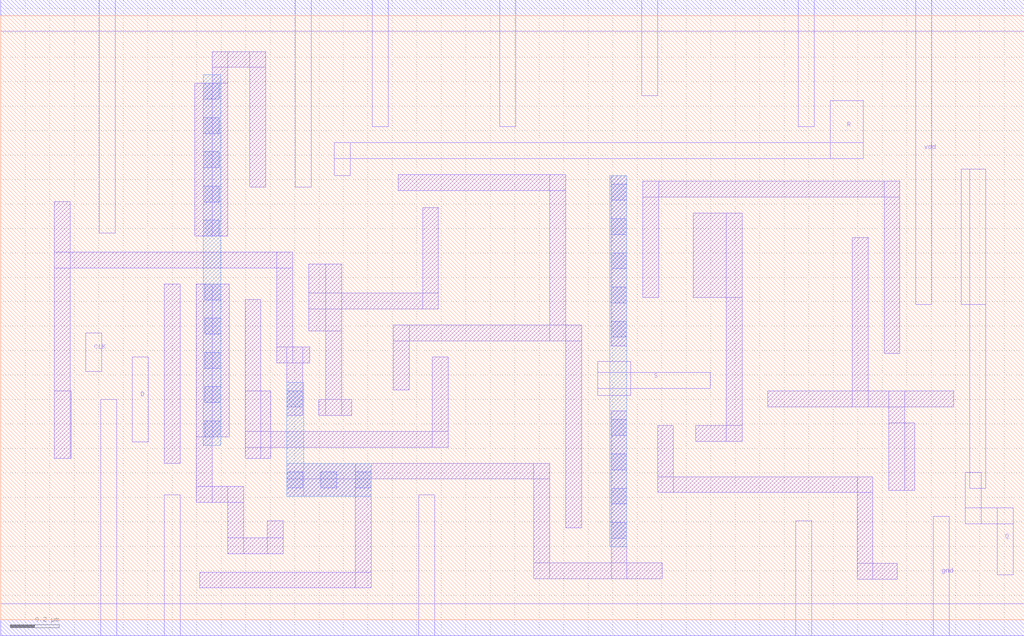
<source format=lef>
VERSION 5.8 ;

BUSBITCHARS "[]" ;
DIVIDERCHAR "/" ;
UNITS
	DATABASE MICRONS 2000 ;
END UNITS

MANUFACTURINGGRID 0.0025 ;

USEMINSPACING OBS ON ;


PROPERTYDEFINITIONS 
END PROPERTYDEFINITIONS
LAYER poly

	TYPE MASTERSLICE ;
END poly

LAYER contact

	TYPE CUT ;
	SPACING 0.075  ;
	
END contact

LAYER metal1

	TYPE ROUTING ;
	DIRECTION HORIZONTAL ;
	PITCH 0.19 ;
	WIDTH 0.065 ;
	OFFSET 0 ;
	SPACING  0.065 
		SAMENET ;
SPACING 0.065  ;
	
	WIREEXTENSION 0.0325 ;
	MAXWIDTH 1.07374e+06 ;
	MINWIDTH 0.065 ;
	RESISTANCE RPERSQ 0.38 ;
END metal1

LAYER via1

	TYPE CUT ;
	SPACING 0.075  ;
	
END via1

LAYER metal2

	TYPE ROUTING ;
	DIRECTION VERTICAL ;
	PITCH 0.19 ;
	WIDTH 0.07 ;
	OFFSET 0 ;
	SPACING  0.07 
		SAMENET ;
SPACING 0.075  ;
	
	WIREEXTENSION 0.035 ;
	MAXWIDTH 1.07374e+06 ;
	MINWIDTH 0.07 ;
	RESISTANCE RPERSQ 0.25 ;
END metal2

LAYER via2

	TYPE CUT ;
	SPACING 0.085  ;
	
END via2

LAYER metal3

	TYPE ROUTING ;
	DIRECTION HORIZONTAL ;
	PITCH 0.19 ;
	WIDTH 0.07 ;
	OFFSET 0 ;
	SPACING  0.07 
		SAMENET ;
SPACING 0.07  ;
	
	WIREEXTENSION 0.035 ;
	MAXWIDTH 1.07374e+06 ;
	MINWIDTH 0.07 ;
	RESISTANCE RPERSQ 0.25 ;
END metal3

LAYER via3

	TYPE CUT ;
	SPACING 0.085  ;
	
END via3

LAYER metal4

	TYPE ROUTING ;
	DIRECTION VERTICAL ;
	PITCH 0.285 ;
	WIDTH 0.14 ;
	OFFSET 0 ;
	SPACING  0.14 
		SAMENET ;
SPACING 0.14  ;
	
	WIREEXTENSION 0.07 ;
	MAXWIDTH 1.07374e+06 ;
	MINWIDTH 0.14 ;
	RESISTANCE RPERSQ 0.25 ;
END metal4

LAYER via4

	TYPE CUT ;
	SPACING 0.16  ;
	
END via4

LAYER metal5

	TYPE ROUTING ;
	DIRECTION HORIZONTAL ;
	PITCH 0.285 ;
	WIDTH 0.14 ;
	OFFSET 0 ;
	SPACING  0.14 
		SAMENET ;
SPACING 0.14  ;
	
	WIREEXTENSION 0.07 ;
	MAXWIDTH 1.07374e+06 ;
	MINWIDTH 0.14 ;
	RESISTANCE RPERSQ 0.25 ;
END metal5

LAYER via5

	TYPE CUT ;
	SPACING 0.16  ;
	
END via5

LAYER metal6

	TYPE ROUTING ;
	DIRECTION VERTICAL ;
	PITCH 0.285 ;
	WIDTH 0.14 ;
	OFFSET 0 ;
	SPACING  0.14 
		SAMENET ;
SPACING 0.14  ;
	
	WIREEXTENSION 0.07 ;
	MAXWIDTH 1.07374e+06 ;
	MINWIDTH 0.14 ;
	RESISTANCE RPERSQ 0.25 ;
END metal6

LAYER via6

	TYPE CUT ;
	SPACING 0.16  ;
	
END via6

LAYER metal7

	TYPE ROUTING ;
	DIRECTION HORIZONTAL ;
	PITCH 0.855 ;
	WIDTH 0.4 ;
	OFFSET 0 ;
	SPACING  0.4 
		SAMENET ;
SPACING 0.4  ;
	
	WIREEXTENSION 0.2 ;
	MAXWIDTH 1.07374e+06 ;
	MINWIDTH 0.4 ;
	RESISTANCE RPERSQ 0.25 ;
END metal7

LAYER via7

	TYPE CUT ;
	SPACING 0.44  ;
	
END via7

LAYER metal8

	TYPE ROUTING ;
	DIRECTION VERTICAL ;
	PITCH 0.855 ;
	WIDTH 0.4 ;
	OFFSET 0 ;
	SPACING  0.4 
		SAMENET ;
SPACING 0.4  ;
	
	WIREEXTENSION 0.2 ;
	MAXWIDTH 1.07374e+06 ;
	MINWIDTH 0.4 ;
	RESISTANCE RPERSQ 0.25 ;
END metal8

LAYER via8

	TYPE CUT ;
	SPACING 0.44  ;
	
END via8

LAYER metal9

	TYPE ROUTING ;
	DIRECTION HORIZONTAL ;
	PITCH 1.71 ;
	WIDTH 0.8 ;
	OFFSET 0 ;
	SPACING  0.8 
		SAMENET ;
SPACING 0.8  ;
	
	WIREEXTENSION 0.4 ;
	MAXWIDTH 1.07374e+06 ;
	MINWIDTH 0.8 ;
	RESISTANCE RPERSQ 0.21 ;
END metal9

LAYER via9

	TYPE CUT ;
	SPACING 0.88  ;
	
END via9

LAYER metal10

	TYPE ROUTING ;
	DIRECTION VERTICAL ;
	PITCH 1.71 ;
	WIDTH 0.8 ;
	OFFSET 0 ;
	SPACING  0.8 
		SAMENET ;
SPACING 0.8  ;
	
	WIREEXTENSION 0.4 ;
	MAXWIDTH 1.07374e+06 ;
	MINWIDTH 0.8 ;
	RESISTANCE RPERSQ 0.21 ;
END metal10

LAYER OVERLAP

	TYPE OVERLAP ;
END OVERLAP

VIARULE M10_M9 GENERATE 
	LAYER metal9 ;
		ENCLOSURE 0 0 ;
		WIDTH 0 TO 1000 ;
	LAYER metal10 ;
		ENCLOSURE 0 0 ;
		WIDTH 0 TO 1000 ;
	LAYER via9 ;
		RECT -0.4 -0.4 0.4 0.4 ;
		SPACING 1.68 BY 1.68 ;

END M10_M9 

VIARULE M1_POLY GENERATE 
	LAYER poly ;
		ENCLOSURE 0 0 ;
	LAYER metal1 ;
		ENCLOSURE 0 0.035 ;
		WIDTH 0 TO 1000 ;
	LAYER contact ;
		RECT -0.0325 -0.0325 0.0325 0.0325 ;
		SPACING 0.14 BY 0.14 ;

END M1_POLY 

VIARULE M2_M1 GENERATE 
	LAYER metal1 ;
		ENCLOSURE 0 0.035 ;
		WIDTH 0 TO 1000 ;
	LAYER metal2 ;
		ENCLOSURE 0 0.035 ;
		WIDTH 0 TO 1000 ;
	LAYER via1 ;
		RECT -0.0325 -0.0325 0.0325 0.0325 ;
		SPACING 0.14 BY 0.14 ;

END M2_M1 

VIARULE M3_M2 GENERATE 
	LAYER metal2 ;
		ENCLOSURE 0 0.035 ;
		WIDTH 0 TO 1000 ;
	LAYER metal3 ;
		ENCLOSURE 0 0.035 ;
		WIDTH 0 TO 1000 ;
	LAYER via2 ;
		RECT -0.035 -0.035 0.035 0.035 ;
		SPACING 0.155 BY 0.155 ;

END M3_M2 

VIARULE M4_M3 GENERATE 
	LAYER metal3 ;
		ENCLOSURE 0 0.035 ;
		WIDTH 0 TO 1000 ;
	LAYER metal4 ;
		ENCLOSURE 0 0 ;
		WIDTH 0 TO 1000 ;
	LAYER via3 ;
		RECT -0.035 -0.035 0.035 0.035 ;
		SPACING 0.155 BY 0.155 ;

END M4_M3 

VIARULE M5_M4 GENERATE 
	LAYER metal4 ;
		ENCLOSURE 0 0 ;
		WIDTH 0 TO 1000 ;
	LAYER metal5 ;
		ENCLOSURE 0 0 ;
		WIDTH 0 TO 1000 ;
	LAYER via4 ;
		RECT -0.07 -0.07 0.07 0.07 ;
		SPACING 0.3 BY 0.3 ;

END M5_M4 

VIARULE M6_M5 GENERATE 
	LAYER metal5 ;
		ENCLOSURE 0 0 ;
		WIDTH 0 TO 1000 ;
	LAYER metal6 ;
		ENCLOSURE 0 0 ;
		WIDTH 0 TO 1000 ;
	LAYER via5 ;
		RECT -0.07 -0.07 0.07 0.07 ;
		SPACING 0.3 BY 0.3 ;

END M6_M5 

VIARULE M7_M6 GENERATE 
	LAYER metal6 ;
		ENCLOSURE 0 0 ;
		WIDTH 0 TO 1000 ;
	LAYER metal7 ;
		ENCLOSURE 0.13 0.13 ;
		WIDTH 0 TO 1000 ;
	LAYER via6 ;
		RECT -0.07 -0.07 0.07 0.07 ;
		SPACING 0.3 BY 0.3 ;

END M7_M6 

VIARULE M8_M7 GENERATE 
	LAYER metal7 ;
		ENCLOSURE 0 0 ;
		WIDTH 0 TO 1000 ;
	LAYER metal8 ;
		ENCLOSURE 0 0 ;
		WIDTH 0 TO 1000 ;
	LAYER via7 ;
		RECT -0.2 -0.2 0.2 0.2 ;
		SPACING 0.84 BY 0.84 ;

END M8_M7 

VIARULE M9_M8 GENERATE 
	LAYER metal8 ;
		ENCLOSURE 0 0 ;
		WIDTH 0 TO 1000 ;
	LAYER metal9 ;
		ENCLOSURE 0.2 0.2 ;
		WIDTH 0 TO 1000 ;
	LAYER via8 ;
		RECT -0.2 -0.2 0.2 0.2 ;
		SPACING 0.84 BY 0.84 ;

END M9_M8 

VIA M10_M9_via DEFAULT 
	LAYER metal9 ;
		RECT -0.4 -0.4 0.4 0.4 ;
	LAYER via9 ;
		RECT -0.4 -0.4 0.4 0.4 ;
	LAYER metal10 ;
		RECT -0.4 -0.4 0.4 0.4 ;

END M10_M9_via 

VIA M2_M1_via DEFAULT 
	LAYER metal1 ;
		RECT -0.0675 -0.0325 0.0675 0.0325 ;
	LAYER via1 ;
		RECT -0.0325 -0.0325 0.0325 0.0325 ;
	LAYER metal2 ;
		RECT -0.035 -0.0675 0.035 0.0675 ;

END M2_M1_via 

VIA M2_M1_viaB DEFAULT 
	LAYER metal1 ;
		RECT -0.0675 -0.0325 0.0675 0.0325 ;
	LAYER via1 ;
		RECT -0.0325 -0.0325 0.0325 0.0325 ;
	LAYER metal2 ;
		RECT -0.0675 -0.035 0.0675 0.035 ;

END M2_M1_viaB 

VIA M2_M1_viaC DEFAULT 
	LAYER metal1 ;
		RECT -0.0325 -0.0675 0.0325 0.0675 ;
	LAYER via1 ;
		RECT -0.0325 -0.0325 0.0325 0.0325 ;
	LAYER metal2 ;
		RECT -0.035 -0.0675 0.035 0.0675 ;

END M2_M1_viaC 

VIA M3_M2_via DEFAULT 
	LAYER metal2 ;
		RECT -0.035 -0.07 0.035 0.07 ;
	LAYER via2 ;
		RECT -0.035 -0.035 0.035 0.035 ;
	LAYER metal3 ;
		RECT -0.07 -0.035 0.07 0.035 ;

END M3_M2_via 

VIA M3_M2_viaB DEFAULT 
	LAYER metal2 ;
		RECT -0.035 -0.07 0.035 0.07 ;
	LAYER via2 ;
		RECT -0.035 -0.035 0.035 0.035 ;
	LAYER metal3 ;
		RECT -0.035 -0.07 0.035 0.07 ;

END M3_M2_viaB 

VIA M3_M2_viaC DEFAULT 
	LAYER metal2 ;
		RECT -0.07 -0.035 0.07 0.035 ;
	LAYER via2 ;
		RECT -0.035 -0.035 0.035 0.035 ;
	LAYER metal3 ;
		RECT -0.07 -0.035 0.07 0.035 ;

END M3_M2_viaC 

VIA M4_M3_via DEFAULT 
	LAYER metal3 ;
		RECT -0.07 -0.035 0.07 0.035 ;
	LAYER via3 ;
		RECT -0.035 -0.035 0.035 0.035 ;
	LAYER metal4 ;
		RECT -0.07 -0.07 0.07 0.07 ;

END M4_M3_via 

VIA M4_M3_viaB DEFAULT 
	LAYER metal3 ;
		RECT -0.035 -0.07 0.035 0.07 ;
	LAYER via3 ;
		RECT -0.035 -0.035 0.035 0.035 ;
	LAYER metal4 ;
		RECT -0.07 -0.07 0.07 0.07 ;

END M4_M3_viaB 

VIA M5_M4_via DEFAULT 
	LAYER metal4 ;
		RECT -0.07 -0.07 0.07 0.07 ;
	LAYER via4 ;
		RECT -0.07 -0.07 0.07 0.07 ;
	LAYER metal5 ;
		RECT -0.07 -0.07 0.07 0.07 ;

END M5_M4_via 

VIA M6_M5_via DEFAULT 
	LAYER metal5 ;
		RECT -0.07 -0.07 0.07 0.07 ;
	LAYER via5 ;
		RECT -0.07 -0.07 0.07 0.07 ;
	LAYER metal6 ;
		RECT -0.07 -0.07 0.07 0.07 ;

END M6_M5_via 

VIA M7_M6_via DEFAULT 
	LAYER metal6 ;
		RECT -0.07 -0.07 0.07 0.07 ;
	LAYER via6 ;
		RECT -0.07 -0.07 0.07 0.07 ;
	LAYER metal7 ;
		RECT -0.2 -0.2 0.2 0.2 ;

END M7_M6_via 

VIA M8_M7_via DEFAULT 
	LAYER metal7 ;
		RECT -0.2 -0.2 0.2 0.2 ;
	LAYER via7 ;
		RECT -0.2 -0.2 0.2 0.2 ;
	LAYER metal8 ;
		RECT -0.2 -0.2 0.2 0.2 ;

END M8_M7_via 

VIA M9_M8_via DEFAULT 
	LAYER metal8 ;
		RECT -0.2 -0.2 0.2 0.2 ;
	LAYER via8 ;
		RECT -0.2 -0.2 0.2 0.2 ;
	LAYER metal9 ;
		RECT -0.4 -0.4 0.4 0.4 ;

END M9_M8_via 

SITE CoreSite 
	CLASS CORE ;
	SIZE 0.38 BY 2.47 ;
END CoreSite 

MACRO AND2X1
	CLASS CORE ;
	FOREIGN AND2X1 0 0  ;
	ORIGIN 0 0 ;
	SIZE 1.14 BY 2.47 ;
	SYMMETRY X Y ;
	SITE CoreSite ;
	PIN A
		DIRECTION INPUT ;
		USE SIGNAL ;
		PORT 
			LAYER metal1 ;
			RECT 0.1475 1.2275 0.2825 1.3625 ;

		END 

	END A
	PIN B
		DIRECTION INPUT ;
		USE SIGNAL ;
		PORT 
			LAYER metal1 ;
			RECT 0.3475 1.2275 0.4825 1.3625 ;

		END 

	END B
	PIN Y
		DIRECTION OUTPUT ;
		USE SIGNAL ;
		PORT 
			LAYER metal1 ;
			RECT 0.9175 0.87 0.9825 2.1075 ;

		END 

	END Y
	PIN gnd
		DIRECTION INOUT ;
		USE GROUND ;
		SHAPE ABUTMENT ;
		PORT 
			LAYER metal1 ;
			RECT 0 -0.065 1.14 0.065 ;
			RECT 0.7075 -0.065 0.7725 1.11 ;

		END 

	END gnd
	PIN vdd
		DIRECTION INOUT ;
		USE POWER ;
		SHAPE ABUTMENT ;
		PORT 
			LAYER metal1 ;
			RECT 0 2.405 1.14 2.535 ;
			RECT 0.1425 1.5575 0.2075 2.535 ;
			RECT 0.6225 1.5575 0.6875 2.535 ;

		END 

	END vdd
	OBS
			LAYER metal1 ;
			RECT 0.1425 0.59 0.2075 1.145 ;
			RECT 0.1425 1.08 0.6425 1.145 ;
			RECT 0.4375 1.4275 0.5025 2.1075 ;
			RECT 0.4375 1.4275 0.7775 1.4925 ;
			RECT 0.5775 1.08 0.6425 1.4925 ;

	END

END AND2X1

MACRO AND2X2
	CLASS CORE ;
	FOREIGN AND2X2 0 0  ;
	ORIGIN 0 0 ;
	SIZE 0.95 BY 2.47 ;
	SYMMETRY X Y ;
	SITE CoreSite ;
	PIN A
		DIRECTION INPUT ;
		USE SIGNAL ;
		PORT 
			LAYER metal1 ;
			RECT 0.1475 0.8475 0.2225 0.9825 ;

		END 

	END A
	PIN B
		DIRECTION INPUT ;
		USE SIGNAL ;
		PORT 
			LAYER metal1 ;
			RECT 0.4175 0.9175 0.6025 1.0525 ;

		END 

	END B
	PIN Y
		DIRECTION OUTPUT ;
		USE SIGNAL ;
		PORT 
			LAYER metal1 ;
			RECT 0.7275 0.1725 0.7925 2.235 ;
			RECT 0.7275 1.1075 0.8025 2.235 ;

		END 

	END Y
	PIN gnd
		DIRECTION INOUT ;
		USE GROUND ;
		SHAPE ABUTMENT ;
		PORT 
			LAYER metal1 ;
			RECT 0 -0.065 0.95 0.065 ;
			RECT 0.4425 -0.065 0.5075 0.7225 ;

		END 

	END gnd
	PIN vdd
		DIRECTION INOUT ;
		USE POWER ;
		SHAPE ABUTMENT ;
		PORT 
			LAYER metal1 ;
			RECT 0 2.405 0.95 2.535 ;
			RECT 0.0675 1.265 0.1325 2.535 ;
			RECT 0.4425 1.265 0.5075 2.535 ;

		END 

	END vdd
	OBS
			LAYER metal1 ;
			RECT 0.0325 0.2075 0.1675 0.6925 ;
			RECT 0.0325 0.6275 0.3525 0.6925 ;
			RECT 0.2175 1.295 0.3525 1.78 ;
			RECT 0.2875 0.6275 0.3525 1.78 ;
			RECT 0.2875 0.7875 0.5975 0.8525 ;

	END

END AND2X2

MACRO AOI21X1
	CLASS CORE ;
	FOREIGN AOI21X1 0 0  ;
	ORIGIN 0 0 ;
	SIZE 0.95 BY 2.47 ;
	SYMMETRY X Y ;
	SITE CoreSite ;
	PIN A
		DIRECTION INPUT ;
		USE SIGNAL ;
		PORT 
			LAYER metal1 ;
			RECT 0.1575 0.8475 0.2825 0.9825 ;

		END 

	END A
	PIN B
		DIRECTION INPUT ;
		USE SIGNAL ;
		PORT 
			LAYER metal1 ;
			RECT 0.3475 0.7275 0.4475 0.8625 ;

		END 

	END B
	PIN C
		DIRECTION INPUT ;
		USE SIGNAL ;
		PORT 
			LAYER metal1 ;
			RECT 0.6675 0.8475 0.7925 0.9825 ;

		END 

	END C
	PIN Y
		DIRECTION OUTPUT ;
		USE SIGNAL ;
		PORT 
			LAYER metal1 ;
			RECT 0.5125 0.1475 0.5775 0.9825 ;
			RECT 0.5375 0.9175 0.6025 1.15 ;
			RECT 0.5375 1.085 0.7675 1.15 ;
			RECT 0.7025 1.085 0.7675 2.235 ;

		END 

	END Y
	PIN gnd
		DIRECTION INOUT ;
		USE GROUND ;
		SHAPE ABUTMENT ;
		PORT 
			LAYER metal1 ;
			RECT 0 -0.065 0.95 0.065 ;
			RECT 0.1375 -0.065 0.2025 0.7025 ;
			RECT 0.7525 -0.065 0.8175 0.6725 ;

		END 

	END gnd
	PIN vdd
		DIRECTION INOUT ;
		USE POWER ;
		SHAPE ABUTMENT ;
		PORT 
			LAYER metal1 ;
			RECT 0 2.405 0.95 2.535 ;
			RECT 0.3225 1.345 0.3875 2.535 ;

		END 

	END vdd
	OBS
			LAYER metal1 ;
			RECT 0.1375 1.215 0.2025 2.235 ;
			RECT 0.1375 1.215 0.5775 1.28 ;
			RECT 0.5125 1.215 0.5775 2.235 ;

	END

END AOI21X1

MACRO AOI22X1
	CLASS CORE ;
	FOREIGN AOI22X1 0 0  ;
	ORIGIN 0 0 ;
	SIZE 1.14 BY 2.47 ;
	SYMMETRY X Y ;
	SITE CoreSite ;
	PIN A
		DIRECTION INPUT ;
		USE SIGNAL ;
		PORT 
			LAYER metal1 ;
			RECT 0.8575 0.7675 0.9825 0.9825 ;

		END 

	END A
	PIN B
		DIRECTION INPUT ;
		USE SIGNAL ;
		PORT 
			LAYER metal1 ;
			RECT 0.6675 0.7675 0.7925 0.9825 ;

		END 

	END B
	PIN C
		DIRECTION INPUT ;
		USE SIGNAL ;
		PORT 
			LAYER metal1 ;
			RECT 0.0325 0.7675 0.2225 0.9825 ;

		END 

	END C
	PIN D
		DIRECTION INPUT ;
		USE SIGNAL ;
		PORT 
			LAYER metal1 ;
			RECT 0.4775 0.7675 0.6025 0.9825 ;

		END 

	END D
	PIN Y
		DIRECTION OUTPUT ;
		USE SIGNAL ;
		PORT 
			LAYER metal1 ;
			RECT 0.3475 0.13 0.4125 2.0675 ;
			RECT 0.3475 0.13 0.6 0.195 ;
			RECT 0.535 0.13 0.6 0.7025 ;

		END 

	END Y
	PIN gnd
		DIRECTION INOUT ;
		USE GROUND ;
		SHAPE ABUTMENT ;
		PORT 
			LAYER metal1 ;
			RECT 0 -0.065 1.14 0.065 ;
			RECT 0.16 -0.065 0.225 0.7025 ;
			RECT 0.915 -0.065 0.98 0.7025 ;

		END 

	END gnd
	PIN vdd
		DIRECTION INOUT ;
		USE POWER ;
		SHAPE ABUTMENT ;
		PORT 
			LAYER metal1 ;
			RECT 0 2.405 1.14 2.535 ;
			RECT 0.725 1.1775 0.79 2.535 ;

		END 

	END vdd
	OBS
			LAYER metal1 ;
			RECT 0.16 1.0475 0.225 2.1975 ;
			RECT 0.16 2.1325 0.6 2.1975 ;
			RECT 0.535 1.0475 0.6 2.1975 ;
			RECT 0.535 1.0475 0.98 1.1125 ;
			RECT 0.915 1.0475 0.98 2.0675 ;

	END

END AOI22X1

MACRO BUFX2
	CLASS CORE ;
	FOREIGN BUFX2 0 0  ;
	ORIGIN 0 0 ;
	SIZE 0.76 BY 2.47 ;
	SYMMETRY X Y ;
	SITE CoreSite ;
	PIN A
		DIRECTION INPUT ;
		USE SIGNAL ;
		PORT 
			LAYER metal1 ;
			RECT 0.53 0.8975 0.645 1.0325 ;

		END 

	END A
	PIN Y
		DIRECTION OUTPUT ;
		USE SIGNAL ;
		PORT 
			LAYER metal1 ;
			RECT 0.0325 0.13 0.0975 2.235 ;
			RECT 0.0325 0.13 0.225 0.7025 ;
			RECT 0.0325 0.7675 0.225 2.235 ;

		END 

	END Y
	PIN gnd
		DIRECTION INOUT ;
		USE GROUND ;
		SHAPE ABUTMENT ;
		PORT 
			LAYER metal1 ;
			RECT 0 -0.065 0.76 0.065 ;
			RECT 0.345 -0.065 0.41 0.7025 ;

		END 

	END gnd
	PIN vdd
		DIRECTION INOUT ;
		USE POWER ;
		SHAPE ABUTMENT ;
		PORT 
			LAYER metal1 ;
			RECT 0 2.405 0.76 2.535 ;
			RECT 0.345 1.2275 0.41 2.535 ;

		END 

	END vdd
	OBS
			LAYER metal1 ;
			RECT 0.29 0.7675 0.355 1.1625 ;
			RECT 0.29 0.7675 0.465 0.9025 ;
			RECT 0.29 0.7675 0.705 0.8325 ;
			RECT 0.29 1.0975 0.705 1.1625 ;
			RECT 0.53 0.13 0.705 0.8325 ;
			RECT 0.53 1.0975 0.705 1.815 ;

	END

END BUFX2

MACRO BUFX4
	CLASS CORE ;
	FOREIGN BUFX4 0 0  ;
	ORIGIN 0 0 ;
	SIZE 1.14 BY 2.47 ;
	SYMMETRY X Y ;
	SITE CoreSite ;
	PIN A
		DIRECTION INPUT ;
		USE SIGNAL ;
		PORT 
			LAYER metal1 ;
			RECT 0.85 1.0825 0.99 1.2175 ;

		END 

	END A
	PIN Y
		DIRECTION OUTPUT ;
		USE SIGNAL ;
		PORT 
			LAYER metal1 ;
			RECT 0.215 0.4875 0.28 1.3325 ;
			RECT 0.215 0.4875 0.41 0.5525 ;
			RECT 0.215 1.1075 0.4125 1.1725 ;
			RECT 0.215 1.2675 0.46 1.3325 ;
			RECT 0.345 0.4875 0.41 1.0425 ;
			RECT 0.395 1.2675 0.46 2.2425 ;

		END 

	END Y
	PIN gnd
		DIRECTION INOUT ;
		USE GROUND ;
		SHAPE ABUTMENT ;
		PORT 
			LAYER metal1 ;
			RECT 0 -0.065 1.14 0.065 ;
			RECT 0.0575 -0.065 0.1225 1.0375 ;
			RECT 0.585 -0.065 0.65 0.9275 ;
			RECT 1.03 -0.065 1.095 0.9275 ;

		END 

	END gnd
	PIN vdd
		DIRECTION INOUT ;
		USE POWER ;
		SHAPE ABUTMENT ;
		PORT 
			LAYER metal1 ;
			RECT 0 2.405 1.14 2.535 ;
			RECT 0.0475 1.1025 0.1125 2.535 ;
			RECT 0.585 1.2675 0.65 2.535 ;
			RECT 1.03 1.2825 1.095 2.535 ;

		END 

	END vdd
	OBS
			LAYER metal1 ;
			RECT 0.4775 1.0675 0.5425 1.2025 ;
			RECT 0.4775 1.0675 0.78 1.1325 ;
			RECT 0.715 0.3225 0.78 1.3475 ;
			RECT 0.715 0.3225 0.91 0.3875 ;
			RECT 0.715 1.2825 0.91 1.3475 ;
			RECT 0.845 0.3225 0.91 1.0175 ;
			RECT 0.845 1.2825 0.91 1.6975 ;

	END

END BUFX4

MACRO CLKBUF1
	CLASS CORE ;
	FOREIGN CLKBUF1 0 0  ;
	ORIGIN 0 0 ;
	SIZE 2.09 BY 2.47 ;
	SYMMETRY X Y ;
	SITE CoreSite ;
	PIN A
		DIRECTION INPUT ;
		USE SIGNAL ;
		PORT 
			LAYER metal1 ;
			RECT 1.665 0.9175 1.7425 1.0525 ;

		END 

	END A
	PIN Y
		DIRECTION OUTPUT ;
		USE SIGNAL ;
		PORT 
			LAYER metal1 ;
			RECT 0.1575 0.9175 0.24 0.9825 ;
			RECT 0.175 0.6575 0.24 1.28 ;
			RECT 0.175 0.6575 0.37 0.7225 ;
			RECT 0.175 1.215 0.37 1.28 ;
			RECT 0.305 0.1675 0.37 0.7225 ;
			RECT 0.305 1.215 0.37 2.235 ;

		END 

	END Y
	PIN gnd
		DIRECTION INOUT ;
		USE GROUND ;
		SHAPE ABUTMENT ;
		PORT 
			LAYER metal1 ;
			RECT 0 -0.065 2.09 0.065 ;
			RECT 0.045 -0.065 0.11 0.7225 ;
			RECT 0.565 -0.065 0.63 0.7225 ;
			RECT 1.045 -0.065 1.11 0.7225 ;
			RECT 1.53 -0.065 1.595 0.7225 ;
			RECT 1.905 -0.065 1.97 0.7225 ;

		END 

	END gnd
	PIN vdd
		DIRECTION INOUT ;
		USE POWER ;
		SHAPE ABUTMENT ;
		PORT 
			LAYER metal1 ;
			RECT 0 2.405 2.09 2.535 ;
			RECT 0.12 1.345 0.185 2.535 ;
			RECT 0.54 1.345 0.605 2.535 ;
			RECT 1.045 1.345 1.11 2.535 ;
			RECT 1.525 1.345 1.59 2.535 ;
			RECT 1.905 1.345 1.97 2.535 ;

		END 

	END vdd
	OBS
			LAYER metal1 ;
			RECT 0.435 0.7475 0.5 0.8825 ;
			RECT 0.435 0.8175 0.815 0.8825 ;
			RECT 0.62 0.8175 0.685 1.28 ;
			RECT 0.62 1.215 0.885 1.28 ;
			RECT 0.75 0.1725 0.815 0.8825 ;
			RECT 0.75 1.215 0.885 2.2 ;
			RECT 0.77 0.9475 1.24 1.0125 ;
			RECT 1.175 0.6275 1.24 1.325 ;
			RECT 1.175 0.6275 1.44 0.6925 ;
			RECT 1.175 1.26 1.4 1.325 ;
			RECT 1.305 0.2075 1.44 0.6925 ;
			RECT 1.335 1.26 1.4 2.235 ;
			RECT 1.4 0.7825 1.465 0.9175 ;
			RECT 1.4 0.8525 1.6 0.9175 ;
			RECT 1.535 0.7875 1.6 1.28 ;
			RECT 1.535 0.7875 1.78 0.8525 ;
			RECT 1.535 1.215 1.815 1.28 ;
			RECT 1.68 1.215 1.815 2.2 ;
			RECT 1.715 0.1725 1.78 0.8525 ;

	END

END CLKBUF1

MACRO CLKBUF2
	CLASS CORE ;
	FOREIGN CLKBUF2 0 0  ;
	ORIGIN 0 0 ;
	SIZE 2.85 BY 2.47 ;
	SYMMETRY X Y ;
	SITE CoreSite ;
	PIN A
		DIRECTION INPUT ;
		USE SIGNAL ;
		PORT 
			LAYER metal1 ;
			RECT 0.1575 0.9175 0.35 1.0525 ;

		END 

	END A
	PIN Y
		DIRECTION OUTPUT ;
		USE SIGNAL ;
		PORT 
			LAYER metal1 ;
			RECT 2.48 0.1725 2.545 0.7275 ;
			RECT 2.48 0.6625 2.675 0.7275 ;
			RECT 2.55 1.215 2.615 2.235 ;
			RECT 2.55 1.215 2.745 1.28 ;
			RECT 2.61 0.6625 2.675 0.9825 ;
			RECT 2.61 0.9175 2.745 0.9825 ;
			RECT 2.68 0.9175 2.745 1.28 ;

		END 

	END Y
	PIN gnd
		DIRECTION INOUT ;
		USE GROUND ;
		SHAPE ABUTMENT ;
		PORT 
			LAYER metal1 ;
			RECT 0 -0.065 2.85 0.065 ;
			RECT 0.045 -0.065 0.11 0.7225 ;
			RECT 0.42 -0.065 0.485 0.7225 ;
			RECT 0.8 -0.065 0.865 0.7225 ;
			RECT 1.305 -0.065 1.37 0.7225 ;
			RECT 1.785 -0.065 1.85 0.7225 ;
			RECT 2.29 -0.065 2.355 0.7225 ;
			RECT 2.74 -0.065 2.805 0.7225 ;

		END 

	END gnd
	PIN vdd
		DIRECTION INOUT ;
		USE POWER ;
		SHAPE ABUTMENT ;
		PORT 
			LAYER metal1 ;
			RECT 0 2.405 2.85 2.535 ;
			RECT 0.045 1.345 0.11 2.535 ;
			RECT 0.42 1.345 0.485 2.535 ;
			RECT 0.8 1.345 0.865 2.535 ;
			RECT 1.305 1.345 1.37 2.535 ;
			RECT 1.785 1.345 1.85 2.535 ;
			RECT 2.29 1.345 2.355 2.535 ;
			RECT 2.735 1.345 2.8 2.535 ;

		END 

	END vdd
	OBS
			LAYER metal1 ;
			RECT 0.2 1.215 0.335 2.2 ;
			RECT 0.2 1.215 0.48 1.28 ;
			RECT 0.235 0.1725 0.3 0.8525 ;
			RECT 0.235 0.7875 0.48 0.8525 ;
			RECT 0.415 0.7875 0.48 1.28 ;
			RECT 0.415 0.9525 0.61 1.0175 ;
			RECT 0.545 0.9525 0.61 1.0875 ;
			RECT 0.575 1.215 0.71 2.2 ;
			RECT 0.575 1.215 0.84 1.28 ;
			RECT 0.615 0.1725 0.68 0.8875 ;
			RECT 0.615 0.8225 1.11 0.8875 ;
			RECT 0.775 0.8225 0.84 1.28 ;
			RECT 0.975 0.2025 1.11 0.6875 ;
			RECT 0.975 0.6225 1.24 0.6875 ;
			RECT 0.975 1.295 1.11 2.2 ;
			RECT 0.975 1.295 1.24 1.36 ;
			RECT 1.045 0.7525 1.11 0.8875 ;
			RECT 1.175 0.6225 1.24 1.36 ;
			RECT 1.175 0.9525 1.645 1.0175 ;
			RECT 1.53 1.215 1.665 2.2 ;
			RECT 1.53 1.215 1.795 1.28 ;
			RECT 1.6 0.1725 1.665 0.8875 ;
			RECT 1.6 0.8225 2.095 0.8875 ;
			RECT 1.73 0.8225 1.795 1.28 ;
			RECT 1.96 0.2025 2.095 0.6875 ;
			RECT 1.96 0.6225 2.225 0.6875 ;
			RECT 1.96 1.295 2.095 2.2 ;
			RECT 1.96 1.295 2.225 1.36 ;
			RECT 2.03 0.7525 2.095 0.8875 ;
			RECT 2.16 0.6225 2.225 1.36 ;
			RECT 2.16 0.7925 2.485 0.8575 ;
			RECT 2.42 0.7925 2.485 0.9275 ;

	END

END CLKBUF2

MACRO CLKBUF3
	CLASS CORE ;
	FOREIGN CLKBUF3 0 0  ;
	ORIGIN 0 0 ;
	SIZE 3.61 BY 2.47 ;
	SYMMETRY X Y ;
	SITE CoreSite ;
	PIN A
		DIRECTION INPUT ;
		USE SIGNAL ;
		PORT 
			LAYER metal1 ;
			RECT 0.1575 0.9175 0.35 1.0525 ;

		END 

	END A
	PIN Y
		DIRECTION OUTPUT ;
		USE SIGNAL ;
		PORT 
			LAYER metal1 ;
			RECT 3.24 0.1725 3.305 0.7275 ;
			RECT 3.24 0.6625 3.435 0.7275 ;
			RECT 3.31 1.215 3.375 2.235 ;
			RECT 3.31 1.215 3.505 1.28 ;
			RECT 3.37 0.6625 3.435 0.9825 ;
			RECT 3.37 0.9175 3.505 0.9825 ;
			RECT 3.44 0.9175 3.505 1.28 ;

		END 

	END Y
	PIN gnd
		DIRECTION INOUT ;
		USE GROUND ;
		SHAPE ABUTMENT ;
		PORT 
			LAYER metal1 ;
			RECT 0 -0.065 3.61 0.065 ;
			RECT 0.045 -0.065 0.11 0.7225 ;
			RECT 0.42 -0.065 0.485 0.7225 ;
			RECT 0.8 -0.065 0.865 0.7225 ;
			RECT 1.305 -0.065 1.37 0.7225 ;
			RECT 1.68 -0.065 1.745 0.7225 ;
			RECT 2.06 -0.065 2.125 0.7225 ;
			RECT 2.545 -0.065 2.61 0.7225 ;
			RECT 3.05 -0.065 3.115 0.7225 ;
			RECT 3.5 -0.065 3.565 0.7225 ;

		END 

	END gnd
	PIN vdd
		DIRECTION INOUT ;
		USE POWER ;
		SHAPE ABUTMENT ;
		PORT 
			LAYER metal1 ;
			RECT 0 2.405 3.61 2.535 ;
			RECT 0.045 1.345 0.11 2.535 ;
			RECT 0.42 1.345 0.485 2.535 ;
			RECT 0.8 1.345 0.865 2.535 ;
			RECT 1.305 1.345 1.37 2.535 ;
			RECT 1.68 1.345 1.745 2.535 ;
			RECT 2.06 1.345 2.125 2.535 ;
			RECT 2.545 1.345 2.61 2.535 ;
			RECT 3.05 1.345 3.115 2.535 ;
			RECT 3.495 1.345 3.56 2.535 ;

		END 

	END vdd
	OBS
			LAYER metal1 ;
			RECT 0.2 1.215 0.335 2.2 ;
			RECT 0.2 1.215 0.48 1.28 ;
			RECT 0.235 0.1725 0.3 0.8525 ;
			RECT 0.235 0.7875 0.48 0.8525 ;
			RECT 0.415 0.7875 0.48 1.28 ;
			RECT 0.415 0.9525 0.61 1.0175 ;
			RECT 0.545 0.9525 0.61 1.0875 ;
			RECT 0.575 1.215 0.71 2.2 ;
			RECT 0.575 1.215 0.84 1.28 ;
			RECT 0.615 0.1725 0.68 0.8875 ;
			RECT 0.615 0.8225 1.11 0.8875 ;
			RECT 0.775 0.8225 0.84 1.28 ;
			RECT 0.975 0.2025 1.11 0.6875 ;
			RECT 0.975 0.6225 1.24 0.6875 ;
			RECT 0.975 1.295 1.11 2.2 ;
			RECT 0.975 1.295 1.24 1.36 ;
			RECT 1.045 0.7525 1.11 0.8875 ;
			RECT 1.175 0.6225 1.24 1.36 ;
			RECT 1.175 0.9175 1.5 0.9825 ;
			RECT 1.435 0.9175 1.5 1.0525 ;
			RECT 1.455 1.215 1.59 2.2 ;
			RECT 1.455 1.215 1.72 1.28 ;
			RECT 1.495 0.1725 1.56 0.8525 ;
			RECT 1.495 0.7875 1.72 0.8525 ;
			RECT 1.655 0.7875 1.72 1.28 ;
			RECT 1.655 0.9175 1.92 0.9825 ;
			RECT 1.835 1.215 1.97 2.2 ;
			RECT 1.835 1.215 2.1 1.28 ;
			RECT 1.875 0.1725 1.94 0.8525 ;
			RECT 1.875 0.7875 2.1 0.8525 ;
			RECT 2.035 0.7875 2.1 1.28 ;
			RECT 2.035 0.9525 2.405 1.0175 ;
			RECT 2.29 1.215 2.425 2.2 ;
			RECT 2.29 1.215 2.555 1.28 ;
			RECT 2.36 0.1725 2.425 0.8875 ;
			RECT 2.36 0.8225 2.855 0.8875 ;
			RECT 2.49 0.8225 2.555 1.28 ;
			RECT 2.72 0.2025 2.855 0.6875 ;
			RECT 2.72 0.6225 2.985 0.6875 ;
			RECT 2.72 1.295 2.855 2.2 ;
			RECT 2.72 1.295 2.985 1.36 ;
			RECT 2.79 0.7525 2.855 0.8875 ;
			RECT 2.92 0.6225 2.985 1.36 ;
			RECT 2.92 0.7925 3.245 0.8575 ;
			RECT 3.18 0.7925 3.245 0.9275 ;

	END

END CLKBUF3

MACRO DFFNEGX1
	CLASS CORE ;
	FOREIGN DFFNEGX1 0 0  ;
	ORIGIN 0 0 ;
	SIZE 2.85 BY 2.47 ;
	SYMMETRY X Y ;
	SITE CoreSite ;
	PIN CLK
		DIRECTION INPUT ;
		USE CLOCK ;
		PORT 
			LAYER metal1 ;
			RECT 2.0575 2.0575 2.255 2.1925 ;

		END 

	END CLK
	PIN D
		DIRECTION INPUT ;
		USE SIGNAL ;
		PORT 
			LAYER metal1 ;
			RECT 2.6225 1.0375 2.7 1.1725 ;

		END 

	END D
	PIN Q
		DIRECTION OUTPUT ;
		USE SIGNAL ;
		PORT 
			LAYER metal1 ;
			RECT 0.065 0.2175 0.13 2.2375 ;
			RECT 0.065 0.9175 0.2225 0.9825 ;
			RECT 0.065 1.625 0.525 1.69 ;

		END 

	END Q
	PIN gnd
		DIRECTION INOUT ;
		USE GROUND ;
		SHAPE ABUTMENT ;
		PORT 
			LAYER metal1 ;
			RECT 0 -0.065 2.85 0.065 ;
			RECT 0.2875 -0.065 0.3525 0.8475 ;
			RECT 0.815 -0.065 0.88 0.4675 ;
			RECT 1.34 -0.065 1.405 0.8125 ;
			RECT 1.955 -0.065 2.02 0.5475 ;
			RECT 2.74 -0.065 2.805 0.9375 ;

		END 

	END gnd
	PIN vdd
		DIRECTION INOUT ;
		USE POWER ;
		SHAPE ABUTMENT ;
		PORT 
			LAYER metal1 ;
			RECT 0 2.405 2.85 2.535 ;
			RECT 0.25 1.9075 0.315 2.535 ;
			RECT 1.34 2.0475 1.405 2.535 ;
			RECT 1.875 1.3875 1.94 2.535 ;
			RECT 2.74 1.3875 2.805 2.535 ;

		END 

	END vdd
	OBS
			LAYER metal2 ;
			RECT 0.345 2.065 0.415 2.295 ;
			RECT 0.345 2.065 0.515 2.135 ;
			RECT 0.345 2.225 1.18 2.295 ;
			RECT 0.41 1.46 0.48 1.995 ;
			LAYER via1 ;
			RECT 0.38 2.23 0.445 2.295 ;
			RECT 0.415 1.495 0.48 1.56 ;
			RECT 0.415 1.755 0.48 1.82 ;
			RECT 0.415 1.895 0.48 1.96 ;
			RECT 0.415 2.065 0.48 2.13 ;
			RECT 0.52 2.23 0.585 2.295 ;
			RECT 0.66 2.23 0.725 2.295 ;
			RECT 0.8 2.23 0.865 2.295 ;
			RECT 0.94 2.23 1.005 2.295 ;
			RECT 1.08 2.23 1.145 2.295 ;
			LAYER metal1 ;
			RECT 0.25 1.0825 0.315 1.56 ;
			RECT 0.25 1.0825 0.405 1.1475 ;
			RECT 0.25 1.495 0.515 1.56 ;
			RECT 0.34 0.9525 0.405 1.1475 ;
			RECT 0.34 0.9525 0.735 1.0175 ;
			RECT 0.38 1.755 0.445 2.13 ;
			RECT 0.38 1.755 0.515 1.96 ;
			RECT 0.38 2.065 0.515 2.13 ;
			RECT 0.38 2.195 1.145 2.33 ;
			RECT 0.38 2.195 1.275 2.26 ;
			RECT 0.405 1.365 0.67 1.43 ;
			RECT 0.43 0.4375 0.565 0.8875 ;
			RECT 0.43 0.4375 0.695 0.5025 ;
			RECT 0.58 1.84 0.67 2.115 ;
			RECT 0.605 1.0825 0.67 1.2975 ;
			RECT 0.605 1.0825 1.59 1.1475 ;
			RECT 0.605 1.365 0.67 2.115 ;
			RECT 0.63 0.2275 0.695 0.5025 ;
			RECT 0.67 0.6825 0.735 1.0175 ;
			RECT 0.67 0.6825 0.805 0.8875 ;
			RECT 0.735 1.3575 1.275 1.8425 ;
			RECT 0.87 0.5425 1.005 0.9525 ;
			RECT 0.87 0.8875 1.59 0.9525 ;
			RECT 1.165 1.2125 1.405 1.2775 ;
			RECT 1.21 1.3575 1.275 2.26 ;
			RECT 1.34 1.2125 1.405 1.9775 ;
			RECT 1.34 1.9125 1.755 1.9775 ;
			RECT 1.525 0.3975 1.59 1.8475 ;
			RECT 1.525 0.7425 2.285 0.8075 ;
			RECT 1.655 0.8725 1.79 0.9375 ;
			RECT 1.69 0.8725 1.755 1.9775 ;
			RECT 1.69 1.0125 2.03 1.0775 ;
			RECT 1.795 0.5225 1.86 0.6775 ;
			RECT 1.795 0.6125 2.425 0.6775 ;
			RECT 1.895 1.2525 2.425 1.3175 ;
			RECT 2.22 0.7425 2.285 1.1175 ;
			RECT 2.22 1.0525 2.355 1.1175 ;
			RECT 2.36 0.6125 2.425 0.8775 ;
			RECT 2.36 1.2525 2.425 1.9375 ;

	END

END DFFNEGX1

MACRO DFFPOSX1
	CLASS CORE ;
	FOREIGN DFFPOSX1 0 0  ;
	ORIGIN 0 0 ;
	SIZE 2.66 BY 2.47 ;
	SYMMETRY X Y ;
	SITE CoreSite ;
	PIN CLK
		DIRECTION INPUT ;
		USE CLOCK ;
		PORT 
			LAYER metal2 ;
			RECT 1.4675 1.4275 1.5375 1.9975 ;
			RECT 1.4675 1.4275 1.5525 1.7025 ;
			LAYER via1 ;
			RECT 1.4675 1.8975 1.5325 1.9625 ;
			RECT 1.4875 1.4625 1.5525 1.5275 ;
			RECT 1.4875 1.6025 1.5525 1.6675 ;
			LAYER metal1 ;
			RECT 0.4375 1.1275 0.5725 1.1925 ;
			RECT 0.5075 0.9275 0.5725 1.1925 ;
			RECT 0.5075 0.9275 0.9825 0.9925 ;
			RECT 0.7875 0.9275 0.9825 1.2075 ;
			RECT 0.7875 1.1425 1.3475 1.2075 ;
			RECT 1.2125 1.015 1.3475 1.2075 ;
			RECT 1.2825 1.015 1.3475 1.5275 ;
			RECT 1.2825 1.4625 1.5875 1.5275 ;
			RECT 1.4525 1.4625 1.5875 1.6675 ;
			RECT 1.4675 1.8625 1.5325 2.1875 ;
			RECT 1.4675 2.1225 2.3725 2.1875 ;
			RECT 2.2225 1.1175 2.3725 1.1825 ;
			RECT 2.3075 1.1175 2.3725 2.1875 ;

		END 

	END CLK
	PIN D
		DIRECTION INPUT ;
		USE SIGNAL ;
		PORT 
			LAYER metal1 ;
			RECT 2.4375 1.0375 2.515 1.1725 ;

		END 

	END D
	PIN Q
		DIRECTION OUTPUT ;
		USE SIGNAL ;
		PORT 
			LAYER metal1 ;
			RECT 0.0525 0.2175 0.1175 2.2375 ;
			RECT 0.0525 0.9175 0.2225 0.9825 ;
			RECT 0.0525 1.6475 0.4475 1.7125 ;

		END 

	END Q
	PIN gnd
		DIRECTION INOUT ;
		USE GROUND ;
		SHAPE ABUTMENT ;
		PORT 
			LAYER metal1 ;
			RECT 0 -0.065 2.66 0.065 ;
			RECT 0.2875 -0.065 0.3525 0.9875 ;
			RECT 0.7725 -0.065 0.8375 0.4675 ;
			RECT 1.1375 -0.065 1.2025 0.7925 ;
			RECT 1.7075 -0.065 1.8425 0.235 ;
			RECT 2.5275 -0.065 2.5925 0.845 ;

		END 

	END gnd
	PIN vdd
		DIRECTION INOUT ;
		USE POWER ;
		SHAPE ABUTMENT ;
		PORT 
			LAYER metal1 ;
			RECT 0 2.405 2.66 2.535 ;
			RECT 0.2375 1.9075 0.3025 2.535 ;
			RECT 1.1375 1.7225 1.2025 2.535 ;
			RECT 1.7025 2.2525 1.8375 2.535 ;
			RECT 2.5275 1.2675 2.5925 2.535 ;

		END 

	END vdd
	OBS
			LAYER metal2 ;
			RECT 0.3575 1.4825 0.4275 1.9125 ;
			RECT 0.3575 1.7775 0.4325 1.9125 ;
			RECT 0.3675 1.9925 0.4375 2.2675 ;
			RECT 0.3675 2.1975 0.7825 2.2675 ;
			RECT 0.6425 0.5875 0.7125 1.1925 ;
			LAYER via1 ;
			RECT 0.3575 1.5175 0.4225 1.5825 ;
			RECT 0.3675 1.8125 0.4325 1.8775 ;
			RECT 0.3675 2.0275 0.4325 2.0925 ;
			RECT 0.4025 2.2025 0.4675 2.2675 ;
			RECT 0.5425 2.2025 0.6075 2.2675 ;
			RECT 0.6425 1.0925 0.7075 1.1575 ;
			RECT 0.6475 0.6225 0.7125 0.6875 ;
			RECT 0.6475 0.7625 0.7125 0.8275 ;
			RECT 0.6825 2.2025 0.7475 2.2675 ;
			RECT 1.4675 1.8975 1.5325 1.9625 ;
			RECT 1.4875 1.4625 1.5525 1.5275 ;
			RECT 1.4875 1.6025 1.5525 1.6675 ;
			LAYER metal1 ;
			RECT 0.1925 1.0575 0.2575 1.5825 ;
			RECT 0.1925 1.0575 0.3575 1.1925 ;
			RECT 0.1925 1.2575 0.7075 1.3225 ;
			RECT 0.1925 1.5175 0.4575 1.5825 ;
			RECT 0.3225 1.3875 0.5875 1.4525 ;
			RECT 0.3675 1.7775 0.4325 2.1275 ;
			RECT 0.3675 2.2025 0.9125 2.2675 ;
			RECT 0.4575 0.4375 0.5225 0.7625 ;
			RECT 0.4575 0.4375 0.6525 0.5025 ;
			RECT 0.4975 1.8625 0.5875 2.1375 ;
			RECT 0.5225 1.3875 0.5875 2.1375 ;
			RECT 0.5875 0.2275 0.6525 0.5025 ;
			RECT 0.6425 1.0575 0.7075 1.3225 ;
			RECT 0.6475 0.5875 0.7125 0.8625 ;
			RECT 0.6525 1.4425 0.9125 1.8575 ;
			RECT 0.8475 1.4425 0.9125 2.2675 ;
			RECT 0.9775 1.5925 1.0425 2.0725 ;
			RECT 0.9775 1.5925 1.3875 1.6575 ;
			RECT 1.0825 0.885 1.1475 1.0775 ;
			RECT 1.0825 0.885 1.5425 0.95 ;
			RECT 1.3225 0.335 1.3875 0.7925 ;
			RECT 1.3225 0.335 2.3425 0.4 ;
			RECT 1.3225 1.5925 1.3875 2.1475 ;
			RECT 1.3225 1.7325 2.0425 1.7975 ;
			RECT 1.4775 0.685 1.5425 1.3975 ;
			RECT 1.4775 0.95 1.8175 1.015 ;
			RECT 1.5475 0.465 2.2125 0.53 ;
			RECT 1.5975 1.9225 1.6625 2.0575 ;
			RECT 1.5975 1.9925 2.2425 2.0575 ;
			RECT 1.9775 0.91 2.0425 1.9275 ;
			RECT 1.9775 0.91 2.3425 0.975 ;
			RECT 1.9775 1.8625 2.1125 1.9275 ;
			RECT 2.1475 0.465 2.2125 0.845 ;
			RECT 2.1525 1.3825 2.2425 1.7975 ;
			RECT 2.1775 1.3825 2.2425 2.0575 ;
			RECT 2.2775 0.335 2.3425 0.975 ;

	END

END DFFPOSX1

MACRO DFFSR
	CLASS CORE ;
	FOREIGN DFFSR 0 0  ;
	ORIGIN 0 0 ;
	SIZE 4.18 BY 2.47 ;
	SYMMETRY X Y ;
	SITE CoreSite ;
	PIN CLK
		DIRECTION INPUT ;
		USE CLOCK ;
		PORT 
			LAYER metal1 ;
			RECT 0.3475 1.015 0.4125 1.1725 ;

		END 

	END CLK
	PIN D
		DIRECTION INPUT ;
		USE SIGNAL ;
		PORT 
			LAYER metal1 ;
			RECT 0.5375 0.7275 0.6025 1.075 ;

		END 

	END D
	PIN Q
		DIRECTION OUTPUT ;
		USE SIGNAL ;
		PORT 
			LAYER metal1 ;
			RECT 3.9225 1.2875 4.0225 1.8425 ;
			RECT 3.94 0.3925 4.005 0.6025 ;
			RECT 3.94 0.3925 4.135 0.4575 ;
			RECT 3.9575 0.5375 4.0225 1.8425 ;
			RECT 4.07 0.1825 4.135 0.4575 ;

		END 

	END Q
	PIN R
		DIRECTION INPUT ;
		USE SIGNAL ;
		PORT 
			LAYER metal1 ;
			RECT 1.3625 1.815 1.4275 1.95 ;
			RECT 1.3625 1.885 3.5225 1.95 ;
			RECT 3.3875 1.885 3.5225 2.1225 ;

		END 

	END R
	PIN S
		DIRECTION INPUT ;
		USE SIGNAL ;
		PORT 
			LAYER metal1 ;
			RECT 2.4375 0.9175 2.5725 1.055 ;
			RECT 2.4375 0.945 2.8975 1.01 ;

		END 

	END S
	PIN gnd
		DIRECTION INOUT ;
		USE GROUND ;
		SHAPE ABUTMENT ;
		PORT 
			LAYER metal1 ;
			RECT 0 -0.065 4.18 0.065 ;
			RECT 0.4075 -0.065 0.4725 0.9 ;
			RECT 0.6675 -0.065 0.7325 0.51 ;
			RECT 1.7075 -0.065 1.7725 0.51 ;
			RECT 3.2475 -0.065 3.3125 0.405 ;
			RECT 3.81 -0.065 3.875 0.4225 ;

		END 

	END gnd
	PIN vdd
		DIRECTION INOUT ;
		USE POWER ;
		SHAPE ABUTMENT ;
		PORT 
			LAYER metal1 ;
			RECT 0 2.405 4.18 2.535 ;
			RECT 0.4025 1.58 0.4675 2.535 ;
			RECT 1.2025 1.7675 1.2675 2.535 ;
			RECT 1.5175 2.015 1.5825 2.535 ;
			RECT 2.0375 2.015 2.1025 2.535 ;
			RECT 2.6175 2.1425 2.6825 2.535 ;
			RECT 3.2575 2.015 3.3225 2.535 ;
			RECT 3.7375 1.2875 3.8025 2.535 ;

		END 

	END vdd
	OBS
			LAYER metal2 ;
			RECT 0.8275 0.7125 0.8975 2.2275 ;
			RECT 1.1675 0.505 1.2375 0.97 ;
			RECT 1.1675 0.505 1.5125 0.64 ;
			RECT 2.4875 0.2975 2.5575 1.815 ;
			LAYER via1 ;
			RECT 0.8275 1.5675 0.8925 1.6325 ;
			RECT 0.8275 1.7075 0.8925 1.7725 ;
			RECT 0.8275 1.8475 0.8925 1.9125 ;
			RECT 0.8275 1.9875 0.8925 2.0525 ;
			RECT 0.8275 2.1275 0.8925 2.1925 ;
			RECT 0.8325 0.7475 0.8975 0.8125 ;
			RECT 0.8325 0.8875 0.8975 0.9525 ;
			RECT 0.8325 1.0275 0.8975 1.0925 ;
			RECT 0.8325 1.1675 0.8975 1.2325 ;
			RECT 0.8325 1.3075 0.8975 1.3725 ;
			RECT 1.1675 0.54 1.2325 0.605 ;
			RECT 1.1675 0.87 1.2325 0.935 ;
			RECT 1.3075 0.54 1.3725 0.605 ;
			RECT 1.4475 0.54 1.5125 0.605 ;
			RECT 2.4925 0.3325 2.5575 0.3975 ;
			RECT 2.4925 0.4725 2.5575 0.5375 ;
			RECT 2.4925 0.6125 2.5575 0.6775 ;
			RECT 2.4925 0.7525 2.5575 0.8175 ;
			RECT 2.4925 1.155 2.5575 1.22 ;
			RECT 2.4925 1.295 2.5575 1.36 ;
			RECT 2.4925 1.435 2.5575 1.5 ;
			RECT 2.4925 1.575 2.5575 1.64 ;
			RECT 2.4925 1.715 2.5575 1.78 ;
			LAYER metal1 ;
			RECT 0.2175 0.66 0.2825 1.71 ;
			RECT 0.2175 0.66 0.2875 0.935 ;
			RECT 0.2175 1.4375 1.1925 1.5025 ;
			RECT 0.6675 0.64 0.7325 1.3725 ;
			RECT 0.7925 1.5675 0.9275 2.1925 ;
			RECT 0.7975 0.48 0.8625 1.3725 ;
			RECT 0.7975 0.48 0.9925 0.545 ;
			RECT 0.7975 0.7475 0.9325 1.3725 ;
			RECT 0.8125 0.13 1.5125 0.195 ;
			RECT 0.8625 1.5675 0.9275 2.3225 ;
			RECT 0.8625 2.2575 1.0825 2.3225 ;
			RECT 0.9275 0.27 0.9925 0.545 ;
			RECT 0.9275 0.27 1.1525 0.335 ;
			RECT 0.9975 0.66 1.0625 1.31 ;
			RECT 0.9975 0.66 1.1025 0.935 ;
			RECT 0.9975 0.705 1.8275 0.77 ;
			RECT 1.0175 1.7675 1.0825 2.3225 ;
			RECT 1.0875 0.27 1.1525 0.405 ;
			RECT 1.1275 1.05 1.1925 1.5025 ;
			RECT 1.1275 1.05 1.2625 1.115 ;
			RECT 1.1675 0.505 1.5125 0.64 ;
			RECT 1.1675 0.575 2.2425 0.64 ;
			RECT 1.1675 0.835 1.2325 1.115 ;
			RECT 1.2575 1.18 1.3925 1.455 ;
			RECT 1.2575 1.27 1.7875 1.335 ;
			RECT 1.2975 0.835 1.4325 0.9 ;
			RECT 1.3275 0.835 1.3925 1.455 ;
			RECT 1.4475 0.13 1.5125 0.64 ;
			RECT 1.6025 0.94 1.6675 1.205 ;
			RECT 1.6025 1.14 2.3725 1.205 ;
			RECT 1.6225 1.755 2.3075 1.82 ;
			RECT 1.7225 1.27 1.7875 1.685 ;
			RECT 1.7625 0.705 1.8275 1.075 ;
			RECT 2.1775 0.1675 2.2425 0.64 ;
			RECT 2.1775 0.1675 2.7025 0.2325 ;
			RECT 2.2425 1.14 2.3075 1.82 ;
			RECT 2.3075 0.375 2.3725 1.205 ;
			RECT 2.4925 0.1675 2.5575 0.8525 ;
			RECT 2.4925 1.12 2.5575 1.815 ;
			RECT 2.6225 1.3175 2.6875 1.7925 ;
			RECT 2.6225 1.7275 3.6725 1.7925 ;
			RECT 2.6825 0.52 2.7475 0.795 ;
			RECT 2.6825 0.52 3.5625 0.585 ;
			RECT 2.8275 1.3175 3.0275 1.6625 ;
			RECT 2.8375 0.73 3.0275 0.795 ;
			RECT 2.9625 0.73 3.0275 1.6625 ;
			RECT 3.1325 0.87 3.8925 0.935 ;
			RECT 3.4775 0.87 3.5425 1.5625 ;
			RECT 3.4975 0.165 3.5625 0.585 ;
			RECT 3.4975 0.165 3.6625 0.23 ;
			RECT 3.6075 1.0875 3.6725 1.7925 ;
			RECT 3.6275 0.53 3.6925 0.935 ;
			RECT 3.6275 0.53 3.7325 0.805 ;

	END

END DFFSR

MACRO FAX1
	CLASS CORE ;
	FOREIGN FAX1 0 0  ;
	ORIGIN 0 0 ;
	SIZE 3.61 BY 2.47 ;
	SYMMETRY X Y ;
	SITE CoreSite ;
	PIN A
		DIRECTION INPUT ;
		USE SIGNAL ;
		PORT 
			LAYER metal1 ;
			RECT 0.255 1.1075 0.955 1.1725 ;
			RECT 0.89 0.8275 0.955 1.4325 ;
			RECT 0.89 0.8275 2.205 0.8925 ;
			RECT 0.89 1.3675 3.14 1.4325 ;
			RECT 2.14 0.8275 2.205 0.9725 ;
			RECT 3.075 0.9225 3.14 1.4325 ;

		END 

	END A
	PIN B
		DIRECTION INPUT ;
		USE SIGNAL ;
		PORT 
			LAYER metal1 ;
			RECT 0.3475 0.1575 0.47 0.2925 ;

		END 

	END B
	PIN C
		DIRECTION INPUT ;
		USE SIGNAL ;
		PORT 
			LAYER metal1 ;
			RECT 1.02 0.9575 1.085 1.1425 ;
			RECT 1.02 0.9575 1.755 1.0225 ;
			RECT 1.69 0.9575 1.755 1.2925 ;
			RECT 1.69 1.2275 2.84 1.2925 ;
			RECT 2.775 0.8975 2.84 1.2925 ;
			RECT 2.775 0.8975 2.8825 1.0325 ;

		END 

	END C
	PIN YC
		DIRECTION OUTPUT ;
		USE SIGNAL ;
		PORT 
			LAYER metal2 ;
			RECT 1.41 0.1025 1.48 1.3275 ;
			LAYER via1 ;
			RECT 1.415 0.1375 1.48 0.2025 ;
			RECT 1.415 0.2775 1.48 0.3425 ;
			RECT 1.415 0.4175 1.48 0.4825 ;
			RECT 1.415 0.5575 1.48 0.6225 ;
			RECT 1.415 0.6975 1.48 0.7625 ;
			RECT 1.415 1.0875 1.48 1.1525 ;
			RECT 1.415 1.2275 1.48 1.2925 ;
			LAYER metal1 ;
			RECT 1.38 0.1375 1.515 0.7625 ;
			RECT 1.38 1.0875 1.5525 1.3025 ;

		END 

	END YC
	PIN YS
		DIRECTION OUTPUT ;
		USE SIGNAL ;
		PORT 
			LAYER metal1 ;
			RECT 3.3875 1.1075 3.565 1.1725 ;
			RECT 3.5 0.5575 3.565 1.865 ;

		END 

	END YS
	PIN gnd
		DIRECTION INOUT ;
		USE GROUND ;
		SHAPE ABUTMENT ;
		PORT 
			LAYER metal1 ;
			RECT 0 -0.065 3.61 0.065 ;
			RECT 0.05 -0.065 0.115 0.9975 ;
			RECT 0.535 -0.065 0.6 0.5775 ;
			RECT 1.71 -0.065 1.775 0.6875 ;
			RECT 2.085 -0.065 2.15 0.5475 ;
			RECT 3.205 -0.065 3.27 0.6875 ;

		END 

	END gnd
	PIN vdd
		DIRECTION INOUT ;
		USE POWER ;
		SHAPE ABUTMENT ;
		PORT 
			LAYER metal1 ;
			RECT 0 2.405 3.61 2.535 ;
			RECT 0.05 1.3475 0.115 2.535 ;
			RECT 0.53 2.1875 0.595 2.535 ;
			RECT 1.71 1.6075 1.775 2.535 ;
			RECT 2.185 1.7075 2.25 2.535 ;
			RECT 3.205 1.0675 3.27 2.535 ;

		END 

	END vdd
	OBS
			LAYER via1 ;
			RECT 1.415 0.1375 1.48 0.2025 ;
			RECT 1.415 0.2775 1.48 0.3425 ;
			RECT 1.415 0.4175 1.48 0.4825 ;
			RECT 1.415 0.5575 1.48 0.6225 ;
			RECT 1.415 0.6975 1.48 0.7625 ;
			RECT 1.415 1.0875 1.48 1.1525 ;
			RECT 1.415 1.2275 1.48 1.2925 ;
			LAYER metal1 ;
			RECT 0.345 0.4425 0.41 0.9975 ;
			RECT 0.345 0.6525 1.165 0.7175 ;
			RECT 0.345 1.2625 0.41 2.2375 ;
			RECT 0.345 2.0475 1.165 2.1125 ;
			RECT 0.88 1.4975 1.015 1.9825 ;
			RECT 0.88 1.4975 1.34 1.5625 ;
			RECT 0.915 0.2625 0.98 0.5775 ;
			RECT 0.915 0.2625 1.065 0.3275 ;
			RECT 1.1 0.4425 1.165 0.7175 ;
			RECT 1.1 1.6275 1.165 2.3225 ;
			RECT 1.275 1.4975 1.34 1.7225 ;
			RECT 1.865 1.4975 2 1.9825 ;
			RECT 1.865 1.4975 2.435 1.5625 ;
			RECT 1.9 0.2725 1.965 0.6875 ;
			RECT 1.9 0.6225 2.485 0.6875 ;
			RECT 2.37 1.4975 2.435 2.0525 ;
			RECT 2.42 0.2725 2.485 0.8275 ;
			RECT 2.575 1.0975 2.71 1.1625 ;
			RECT 2.615 0.2775 2.68 1.1625 ;
			RECT 2.615 0.7675 3.29 0.8325 ;
			RECT 3.225 0.7675 3.29 0.9625 ;
			RECT 3.225 0.8975 3.36 0.9625 ;

	END

END FAX1

MACRO FILL
	CLASS CORE ;
	FOREIGN FILL 0 0  ;
	ORIGIN 0 0 ;
	SIZE 0.38 BY 2.47 ;
	SYMMETRY X Y ;
	SITE CoreSite ;
	PIN gnd
		DIRECTION INOUT ;
		USE GROUND ;
		SHAPE ABUTMENT ;
		PORT 
			LAYER metal1 ;
			RECT 0 -0.065 0.38 0.065 ;

		END 

	END gnd
	PIN vdd
		DIRECTION INOUT ;
		USE POWER ;
		SHAPE ABUTMENT ;
		PORT 
			LAYER metal1 ;
			RECT 0 2.405 0.38 2.535 ;

		END 

	END vdd

END FILL

MACRO HAX1
	CLASS CORE ;
	FOREIGN HAX1 0 0  ;
	ORIGIN 0 0 ;
	SIZE 2.09 BY 2.47 ;
	SYMMETRY X Y ;
	SITE CoreSite ;
	PIN A
		DIRECTION INPUT ;
		USE SIGNAL ;
		PORT 
			LAYER metal1 ;
			RECT 1.1075 0.8725 1.1725 1.0075 ;
			RECT 1.1075 0.9425 1.6575 1.0075 ;

		END 

	END A
	PIN B
		DIRECTION INPUT ;
		USE SIGNAL ;
		PORT 
			LAYER metal1 ;
			RECT 0.9125 0.8475 0.9825 0.9825 ;
			RECT 0.9175 0.8475 0.9825 1.1375 ;
			RECT 0.9175 1.0725 1.3075 1.1375 ;

		END 

	END B
	PIN YC
		DIRECTION OUTPUT ;
		USE SIGNAL ;
		PORT 
			LAYER metal1 ;
			RECT 1.8675 0.9175 2.0425 0.9825 ;
			RECT 1.9775 0.4775 2.0425 1.8175 ;

		END 

	END YC
	PIN YS
		DIRECTION OUTPUT ;
		USE SIGNAL ;
		PORT 
			LAYER metal1 ;
			RECT 0.0775 0.5375 0.1525 0.8125 ;
			RECT 0.0875 0.5375 0.1525 1.8175 ;
			RECT 0.0875 0.9175 0.2225 0.9825 ;

		END 

	END YS
	PIN gnd
		DIRECTION INOUT ;
		USE GROUND ;
		SHAPE ABUTMENT ;
		PORT 
			LAYER metal1 ;
			RECT 0 -0.065 2.09 0.065 ;
			RECT 0.2625 -0.065 0.3275 0.7775 ;
			RECT 1.6825 -0.065 1.7475 0.7475 ;

		END 

	END gnd
	PIN vdd
		DIRECTION INOUT ;
		USE POWER ;
		SHAPE ABUTMENT ;
		PORT 
			LAYER metal1 ;
			RECT 0 2.405 2.09 2.535 ;
			RECT 0.2725 1.2675 0.3375 2.535 ;
			RECT 1.1525 1.3475 1.2175 2.535 ;
			RECT 1.6375 1.2675 1.7025 2.535 ;

		END 

	END vdd
	OBS
			LAYER metal1 ;
			RECT 0.3175 1.0675 0.4575 1.2025 ;
			RECT 0.3175 1.1375 0.6225 1.2025 ;
			RECT 0.3925 0.8725 0.4575 1.2025 ;
			RECT 0.3925 0.8725 0.8475 0.9375 ;
			RECT 0.5575 1.1375 0.6225 1.8175 ;
			RECT 0.5625 0.1625 0.6275 0.8075 ;
			RECT 0.5625 0.1625 1.2175 0.2275 ;
			RECT 0.5775 1.0075 0.8425 1.0725 ;
			RECT 0.7125 0.2925 0.8475 0.9375 ;
			RECT 0.7775 1.0075 0.8425 1.2675 ;
			RECT 0.7775 1.2025 1.5125 1.2675 ;
			RECT 1.1525 0.1625 1.2175 0.8075 ;
			RECT 1.3075 0.1975 1.3725 0.8775 ;
			RECT 1.3075 0.8125 1.8025 0.8775 ;
			RECT 1.4475 1.1375 1.5125 1.8175 ;
			RECT 1.4475 1.1375 1.8025 1.2025 ;
			RECT 1.7375 0.8125 1.8025 1.2025 ;

	END

END HAX1

MACRO INVX1
	CLASS CORE ;
	FOREIGN INVX1 0 0  ;
	ORIGIN 0 0 ;
	SIZE 0.57 BY 2.47 ;
	SYMMETRY X Y ;
	SITE CoreSite ;
	PIN A
		DIRECTION INPUT ;
		USE SIGNAL ;
		PORT 
			LAYER metal1 ;
			RECT 0.1575 0.4875 0.2575 0.6225 ;

		END 

	END A
	PIN Y
		DIRECTION OUTPUT ;
		USE SIGNAL ;
		PORT 
			LAYER metal1 ;
			RECT 0.3125 0.2175 0.4475 0.4225 ;
			RECT 0.3475 0.2175 0.4125 1.815 ;

		END 

	END Y
	PIN gnd
		DIRECTION INOUT ;
		USE GROUND ;
		SHAPE ABUTMENT ;
		PORT 
			LAYER metal1 ;
			RECT 0 -0.065 0.57 0.065 ;
			RECT 0.1625 -0.065 0.2275 0.4225 ;

		END 

	END gnd
	PIN vdd
		DIRECTION INOUT ;
		USE POWER ;
		SHAPE ABUTMENT ;
		PORT 
			LAYER metal1 ;
			RECT 0 2.405 0.57 2.535 ;
			RECT 0.1625 1.265 0.2275 2.535 ;

		END 

	END vdd

END INVX1

MACRO INVX2
	CLASS CORE ;
	FOREIGN INVX2 0 0  ;
	ORIGIN 0 0 ;
	SIZE 0.57 BY 2.47 ;
	SYMMETRY X Y ;
	SITE CoreSite ;
	PIN A
		DIRECTION INPUT ;
		USE SIGNAL ;
		PORT 
			LAYER metal1 ;
			RECT 0.145 0.8475 0.28 0.9825 ;

		END 

	END A
	PIN Y
		DIRECTION OUTPUT ;
		USE SIGNAL ;
		PORT 
			LAYER metal1 ;
			RECT 0.31 0.1825 0.445 0.6675 ;
			RECT 0.345 0.1825 0.41 2.235 ;
			RECT 0.345 1.26 0.4125 2.235 ;

		END 

	END Y
	PIN gnd
		DIRECTION INOUT ;
		USE GROUND ;
		SHAPE ABUTMENT ;
		PORT 
			LAYER metal1 ;
			RECT 0 -0.065 0.57 0.065 ;
			RECT 0.16 -0.065 0.225 0.7025 ;

		END 

	END gnd
	PIN vdd
		DIRECTION INOUT ;
		USE POWER ;
		SHAPE ABUTMENT ;
		PORT 
			LAYER metal1 ;
			RECT 0 2.405 0.57 2.535 ;
			RECT 0.16 1.26 0.225 2.535 ;

		END 

	END vdd

END INVX2

MACRO INVX4
	CLASS CORE ;
	FOREIGN INVX4 0 0  ;
	ORIGIN 0 0 ;
	SIZE 0.76 BY 2.47 ;
	SYMMETRY X Y ;
	SITE CoreSite ;
	PIN A
		DIRECTION INPUT ;
		USE SIGNAL ;
		PORT 
			LAYER metal1 ;
			RECT 0.51 0.9175 0.645 1.0525 ;

		END 

	END A
	PIN Y
		DIRECTION OUTPUT ;
		USE SIGNAL ;
		PORT 
			LAYER metal1 ;
			RECT 0.335 0.2975 0.4 1.28 ;
			RECT 0.335 0.2975 0.53 0.3625 ;
			RECT 0.335 0.9175 0.4125 0.9825 ;
			RECT 0.335 1.215 0.53 1.28 ;
			RECT 0.465 0.2975 0.53 0.8525 ;
			RECT 0.465 1.215 0.53 2.235 ;

		END 

	END Y
	PIN gnd
		DIRECTION INOUT ;
		USE GROUND ;
		SHAPE ABUTMENT ;
		PORT 
			LAYER metal1 ;
			RECT 0 -0.065 0.76 0.065 ;
			RECT 0.205 -0.065 0.27 0.8475 ;
			RECT 0.65 -0.065 0.715 0.8475 ;

		END 

	END gnd
	PIN vdd
		DIRECTION INOUT ;
		USE POWER ;
		SHAPE ABUTMENT ;
		PORT 
			LAYER metal1 ;
			RECT 0 2.405 0.76 2.535 ;
			RECT 0.275 1.345 0.34 2.535 ;
			RECT 0.65 1.345 0.715 2.535 ;

		END 

	END vdd

END INVX4

MACRO INVX8
	CLASS CORE ;
	FOREIGN INVX8 0 0  ;
	ORIGIN 0 0 ;
	SIZE 1.33 BY 2.47 ;
	SYMMETRY X Y ;
	SITE CoreSite ;
	PIN A
		DIRECTION INPUT ;
		USE SIGNAL ;
		PORT 
			LAYER metal1 ;
			RECT 0.3475 1.0425 0.6625 1.1725 ;

		END 

	END A
	PIN Y
		DIRECTION OUTPUT ;
		USE SIGNAL ;
		PORT 
			LAYER metal1 ;
			RECT 0.2175 0.18 0.2825 1.3625 ;
			RECT 0.2175 0.18 0.5725 0.245 ;
			RECT 0.2175 1.2975 0.9875 1.3625 ;
			RECT 0.4775 1.2975 0.6125 2.2025 ;
			RECT 0.5075 0.18 0.5725 0.975 ;
			RECT 0.5075 0.91 0.9525 0.975 ;
			RECT 0.8525 1.295 0.9875 2.2 ;
			RECT 0.8875 0.18 0.9525 0.975 ;

		END 

	END Y
	PIN gnd
		DIRECTION INOUT ;
		USE GROUND ;
		SHAPE ABUTMENT ;
		PORT 
			LAYER metal1 ;
			RECT 0 -0.065 1.33 0.065 ;
			RECT 0.0875 -0.065 0.1525 0.8425 ;
			RECT 0.6975 -0.065 0.7625 0.845 ;

		END 

	END gnd
	PIN vdd
		DIRECTION INOUT ;
		USE POWER ;
		SHAPE ABUTMENT ;
		PORT 
			LAYER metal1 ;
			RECT 0 2.405 1.33 2.535 ;
			RECT 0.0875 1.26 0.1525 2.535 ;
			RECT 0.6975 1.4275 0.7625 2.535 ;
			RECT 1.0775 1.26 1.1425 2.535 ;

		END 

	END vdd

END INVX8

MACRO LATCH
	CLASS CORE ;
	FOREIGN LATCH 0 0  ;
	ORIGIN 0 0 ;
	SIZE 1.71 BY 2.47 ;
	SYMMETRY X Y ;
	SITE CoreSite ;
	PIN CLK
		DIRECTION INPUT ;
		USE CLOCK ;
		PORT 
			LAYER metal1 ;
			RECT 0.3275 1.0025 0.7675 1.0675 ;
			RECT 0.7025 0.7275 0.7675 1.0675 ;
			RECT 0.7025 0.7275 0.8375 0.9375 ;

		END 

	END CLK
	PIN D
		DIRECTION INPUT ;
		USE SIGNAL ;
		PORT 
			LAYER metal1 ;
			RECT 0.4875 0.7275 0.6225 0.9375 ;

		END 

	END D
	PIN Q
		DIRECTION OUTPUT ;
		USE SIGNAL ;
		PORT 
			LAYER metal1 ;
			RECT 1.3325 0.8625 1.3975 0.9975 ;
			RECT 1.3325 0.9175 1.6375 0.9825 ;
			RECT 1.5725 0.2775 1.6375 2.2375 ;

		END 

	END Q
	PIN gnd
		DIRECTION INOUT ;
		USE GROUND ;
		SHAPE ABUTMENT ;
		PORT 
			LAYER metal1 ;
			RECT 0 -0.065 1.71 0.065 ;
			RECT 0.3075 -0.065 0.3725 0.8275 ;
			RECT 1.2775 -0.065 1.3425 0.7975 ;

		END 

	END gnd
	PIN vdd
		DIRECTION INOUT ;
		USE POWER ;
		SHAPE ABUTMENT ;
		PORT 
			LAYER metal1 ;
			RECT 0 2.405 1.71 2.535 ;
			RECT 0.3075 1.3475 0.3725 2.535 ;
			RECT 1.3875 1.3475 1.4525 2.535 ;

		END 

	END vdd
	OBS
			LAYER metal1 ;
			RECT 0.0325 0.13 0.1875 0.195 ;
			RECT 0.1225 0.13 0.1875 2.2375 ;
			RECT 0.1225 1.1575 0.7875 1.2225 ;
			RECT 0.8125 1.2975 0.9475 1.7825 ;
			RECT 0.8125 1.2975 1.0975 1.3625 ;
			RECT 0.9025 0.5575 0.9675 0.8325 ;
			RECT 0.9025 0.7675 1.0975 0.8325 ;
			RECT 1.0325 0.7675 1.0975 1.3625 ;
			RECT 1.0325 1.0625 1.4325 1.1275 ;

	END

END LATCH

MACRO MUX2X1
	CLASS CORE ;
	FOREIGN MUX2X1 0 0  ;
	ORIGIN 0 0 ;
	SIZE 1.52 BY 2.47 ;
	SYMMETRY X Y ;
	SITE CoreSite ;
	PIN A
		DIRECTION INPUT ;
		USE SIGNAL ;
		PORT 
			LAYER metal1 ;
			RECT 0.5375 0.5375 0.6525 0.6025 ;
			RECT 0.5875 0.5375 0.6525 0.92 ;

		END 

	END A
	PIN B
		DIRECTION INPUT ;
		USE SIGNAL ;
		PORT 
			LAYER metal1 ;
			RECT 1.1825 0.8475 1.3625 0.9825 ;

		END 

	END B
	PIN S
		DIRECTION INPUT ;
		USE SIGNAL ;
		PORT 
			LAYER metal1 ;
			RECT 0.3475 0.915 0.4925 1.05 ;
			RECT 0.3475 0.985 0.7825 1.05 ;
			RECT 0.7175 0.13 0.7825 1.05 ;
			RECT 0.7175 0.13 1.1125 0.195 ;
			RECT 0.7175 0.84 0.8525 0.905 ;
			RECT 1.0475 0.13 1.1125 1.25 ;

		END 

	END S
	PIN Y
		DIRECTION OUTPUT ;
		USE SIGNAL ;
		PORT 
			LAYER metal1 ;
			RECT 0.8475 0.26 0.9825 0.745 ;
			RECT 0.8925 1.315 0.9825 2.29 ;
			RECT 0.9175 0.26 0.9825 2.29 ;

		END 

	END Y
	PIN gnd
		DIRECTION INOUT ;
		USE GROUND ;
		SHAPE ABUTMENT ;
		PORT 
			LAYER metal1 ;
			RECT 0 -0.065 1.52 0.065 ;
			RECT 0.3725 -0.065 0.4375 0.745 ;
			RECT 1.2575 -0.065 1.3225 0.775 ;

		END 

	END gnd
	PIN vdd
		DIRECTION INOUT ;
		USE POWER ;
		SHAPE ABUTMENT ;
		PORT 
			LAYER metal1 ;
			RECT 0 2.405 1.52 2.535 ;
			RECT 0.3725 1.26 0.4375 2.535 ;
			RECT 1.2875 1.34 1.3525 2.535 ;

		END 

	END vdd
	OBS
			LAYER metal1 ;
			RECT 0.1875 0.505 0.2525 1.81 ;
			RECT 0.1875 1.115 0.8475 1.18 ;
			RECT 0.7825 1.115 0.8475 1.25 ;

	END

END MUX2X1

MACRO NAND2X1
	CLASS CORE ;
	FOREIGN NAND2X1 0 0  ;
	ORIGIN 0 0 ;
	SIZE 0.76 BY 2.47 ;
	SYMMETRY X Y ;
	SITE CoreSite ;
	PIN A
		DIRECTION INPUT ;
		USE SIGNAL ;
		PORT 
			LAYER metal1 ;
			RECT 0.045 0.7725 0.235 0.9825 ;

		END 

	END A
	PIN B
		DIRECTION INPUT ;
		USE SIGNAL ;
		PORT 
			LAYER metal1 ;
			RECT 0.43 0.7775 0.6025 0.9825 ;

		END 

	END B
	PIN Y
		DIRECTION OUTPUT ;
		USE SIGNAL ;
		PORT 
			LAYER metal1 ;
			RECT 0.285 1.0475 0.42 1.78 ;
			RECT 0.3 0.1575 0.365 1.78 ;
			RECT 0.3 0.1575 0.6 0.2225 ;
			RECT 0.535 0.1575 0.6 0.7125 ;

		END 

	END Y
	PIN gnd
		DIRECTION INOUT ;
		USE GROUND ;
		SHAPE ABUTMENT ;
		PORT 
			LAYER metal1 ;
			RECT 0 -0.065 0.76 0.065 ;
			RECT 0.16 -0.065 0.225 0.7075 ;

		END 

	END gnd
	PIN vdd
		DIRECTION INOUT ;
		USE POWER ;
		SHAPE ABUTMENT ;
		PORT 
			LAYER metal1 ;
			RECT 0 2.405 0.76 2.535 ;
			RECT 0.135 1.0475 0.2 2.535 ;
			RECT 0.51 1.0475 0.575 2.535 ;

		END 

	END vdd

END NAND2X1

MACRO NAND3X1
	CLASS CORE ;
	FOREIGN NAND3X1 0 0  ;
	ORIGIN 0 0 ;
	SIZE 0.95 BY 2.47 ;
	SYMMETRY X Y ;
	SITE CoreSite ;
	PIN A
		DIRECTION INPUT ;
		USE SIGNAL ;
		PORT 
			LAYER metal1 ;
			RECT 0.0325 0.9075 0.2225 1.0975 ;

		END 

	END A
	PIN B
		DIRECTION INPUT ;
		USE SIGNAL ;
		PORT 
			LAYER metal1 ;
			RECT 0.2925 0.13 0.4675 1.0975 ;

		END 

	END B
	PIN C
		DIRECTION INPUT ;
		USE SIGNAL ;
		PORT 
			LAYER metal1 ;
			RECT 0.5325 0.13 0.6575 1.0975 ;

		END 

	END C
	PIN Y
		DIRECTION OUTPUT ;
		USE SIGNAL ;
		PORT 
			LAYER metal1 ;
			RECT 0.3475 1.1625 0.4125 1.8425 ;
			RECT 0.3475 1.1625 0.7925 1.2275 ;
			RECT 0.7275 0.13 0.7925 1.8425 ;

		END 

	END Y
	PIN gnd
		DIRECTION INOUT ;
		USE GROUND ;
		SHAPE ABUTMENT ;
		PORT 
			LAYER metal1 ;
			RECT 0 -0.065 0.95 0.065 ;
			RECT 0.1625 -0.065 0.2275 0.8425 ;

		END 

	END gnd
	PIN vdd
		DIRECTION INOUT ;
		USE POWER ;
		SHAPE ABUTMENT ;
		PORT 
			LAYER metal1 ;
			RECT 0 2.405 0.95 2.535 ;
			RECT 0.1625 1.1625 0.2275 2.535 ;
			RECT 0.5375 1.2925 0.6025 2.535 ;

		END 

	END vdd

END NAND3X1

MACRO NOR2X1
	CLASS CORE ;
	FOREIGN NOR2X1 0 0  ;
	ORIGIN 0 0 ;
	SIZE 0.76 BY 2.47 ;
	SYMMETRY X Y ;
	SITE CoreSite ;
	PIN A
		DIRECTION INPUT ;
		USE SIGNAL ;
		PORT 
			LAYER metal1 ;
			RECT 0.1575 0.4875 0.2825 0.6225 ;

		END 

	END A
	PIN B
		DIRECTION INPUT ;
		USE SIGNAL ;
		PORT 
			LAYER metal1 ;
			RECT 0.4775 0.4875 0.6025 0.6225 ;

		END 

	END B
	PIN Y
		DIRECTION OUTPUT ;
		USE SIGNAL ;
		PORT 
			LAYER metal1 ;
			RECT 0.31 0.2175 0.445 0.4225 ;
			RECT 0.3475 0.2175 0.4125 0.7925 ;
			RECT 0.3475 0.7275 0.6 0.7925 ;
			RECT 0.535 0.7275 0.6 1.7025 ;

		END 

	END Y
	PIN gnd
		DIRECTION INOUT ;
		USE GROUND ;
		SHAPE ABUTMENT ;
		PORT 
			LAYER metal1 ;
			RECT 0 -0.065 0.76 0.065 ;
			RECT 0.16 -0.065 0.225 0.4225 ;
			RECT 0.535 -0.065 0.6 0.4225 ;

		END 

	END gnd
	PIN vdd
		DIRECTION INOUT ;
		USE POWER ;
		SHAPE ABUTMENT ;
		PORT 
			LAYER metal1 ;
			RECT 0 2.405 0.76 2.535 ;
			RECT 0.16 0.7275 0.225 2.535 ;

		END 

	END vdd

END NOR2X1

MACRO NOR3X1
	CLASS CORE ;
	FOREIGN NOR3X1 0 0  ;
	ORIGIN 0 0 ;
	SIZE 0.95 BY 2.47 ;
	SYMMETRY X Y ;
	SITE CoreSite ;
	PIN A
		DIRECTION INPUT ;
		USE SIGNAL ;
		PORT 
			LAYER metal1 ;
			RECT 0.07 0.525 0.2225 0.6025 ;

		END 

	END A
	PIN B
		DIRECTION INPUT ;
		USE SIGNAL ;
		PORT 
			LAYER metal1 ;
			RECT 0.3475 0.6225 0.465 0.7925 ;

		END 

	END B
	PIN C
		DIRECTION INPUT ;
		USE SIGNAL ;
		PORT 
			LAYER metal1 ;
			RECT 0.5375 0.6225 0.66 0.7925 ;

		END 

	END C
	PIN Y
		DIRECTION OUTPUT ;
		USE SIGNAL ;
		PORT 
			LAYER metal1 ;
			RECT 0.35 0.1875 0.415 0.5575 ;
			RECT 0.35 0.4925 0.79 0.5575 ;
			RECT 0.725 0.1875 0.79 2.3225 ;
			RECT 0.725 0.7875 0.7925 2.3225 ;

		END 

	END Y
	PIN gnd
		DIRECTION INOUT ;
		USE GROUND ;
		SHAPE ABUTMENT ;
		PORT 
			LAYER metal1 ;
			RECT 0 -0.065 0.95 0.065 ;
			RECT 0.16 -0.065 0.225 0.4275 ;
			RECT 0.535 -0.065 0.6 0.4275 ;

		END 

	END gnd
	PIN vdd
		DIRECTION INOUT ;
		USE POWER ;
		SHAPE ABUTMENT ;
		PORT 
			LAYER metal1 ;
			RECT 0 2.405 0.95 2.535 ;
			RECT 0.16 0.7875 0.225 2.535 ;

		END 

	END vdd

END NOR3X1

MACRO OAI21X1
	CLASS CORE ;
	FOREIGN OAI21X1 0 0  ;
	ORIGIN 0 0 ;
	SIZE 0.95 BY 2.47 ;
	SYMMETRY X Y ;
	SITE CoreSite ;
	PIN A
		DIRECTION INPUT ;
		USE SIGNAL ;
		PORT 
			LAYER metal1 ;
			RECT 0.1575 1.0375 0.2675 1.1725 ;

		END 

	END A
	PIN B
		DIRECTION INPUT ;
		USE SIGNAL ;
		PORT 
			LAYER metal1 ;
			RECT 0.3475 1.0375 0.4275 1.1725 ;

		END 

	END B
	PIN C
		DIRECTION INPUT ;
		USE SIGNAL ;
		PORT 
			LAYER metal1 ;
			RECT 0.6675 1.0675 0.7925 1.2025 ;

		END 

	END C
	PIN Y
		DIRECTION OUTPUT ;
		USE SIGNAL ;
		PORT 
			LAYER metal1 ;
			RECT 0.4675 1.2975 0.6025 1.7825 ;
			RECT 0.5375 0.9375 0.6025 1.7825 ;
			RECT 0.5375 0.9375 0.7525 1.0025 ;
			RECT 0.6875 0.1925 0.7525 1.0025 ;

		END 

	END Y
	PIN gnd
		DIRECTION INOUT ;
		USE GROUND ;
		SHAPE ABUTMENT ;
		PORT 
			LAYER metal1 ;
			RECT 0 -0.065 0.95 0.065 ;
			RECT 0.3075 -0.065 0.3725 0.7425 ;

		END 

	END gnd
	PIN vdd
		DIRECTION INOUT ;
		USE POWER ;
		SHAPE ABUTMENT ;
		PORT 
			LAYER metal1 ;
			RECT 0 2.405 0.95 2.535 ;
			RECT 0.1225 1.3475 0.1875 2.535 ;
			RECT 0.6875 1.2675 0.7525 2.535 ;

		END 

	END vdd
	OBS
			LAYER metal1 ;
			RECT 0.1225 0.1925 0.1875 0.8725 ;
			RECT 0.1225 0.8075 0.5625 0.8725 ;
			RECT 0.4975 0.1925 0.5625 0.8725 ;

	END

END OAI21X1

MACRO OAI22X1
	CLASS CORE ;
	FOREIGN OAI22X1 0 0  ;
	ORIGIN 0 0 ;
	SIZE 1.14 BY 2.47 ;
	SYMMETRY X Y ;
	SITE CoreSite ;
	PIN A
		DIRECTION INPUT ;
		USE SIGNAL ;
		PORT 
			LAYER metal1 ;
			RECT 0.8575 1.0475 0.9825 1.1825 ;

		END 

	END A
	PIN B
		DIRECTION INPUT ;
		USE SIGNAL ;
		PORT 
			LAYER metal1 ;
			RECT 0.6675 1.0475 0.7925 1.1825 ;

		END 

	END B
	PIN C
		DIRECTION INPUT ;
		USE SIGNAL ;
		PORT 
			LAYER metal1 ;
			RECT 0.1575 0.9175 0.2825 1.0525 ;

		END 

	END C
	PIN D
		DIRECTION INPUT ;
		USE SIGNAL ;
		PORT 
			LAYER metal1 ;
			RECT 0.4775 1.0475 0.6025 1.1825 ;

		END 

	END D
	PIN Y
		DIRECTION OUTPUT ;
		USE SIGNAL ;
		PORT 
			LAYER metal1 ;
			RECT 0.3475 0.3025 0.4125 1.325 ;
			RECT 0.3475 1.26 0.6025 1.325 ;
			RECT 0.5375 1.26 0.6025 2.235 ;

		END 

	END Y
	PIN gnd
		DIRECTION INOUT ;
		USE GROUND ;
		SHAPE ABUTMENT ;
		PORT 
			LAYER metal1 ;
			RECT 0 -0.065 1.14 0.065 ;
			RECT 0.7275 -0.065 0.7925 0.8525 ;

		END 

	END gnd
	PIN vdd
		DIRECTION INOUT ;
		USE POWER ;
		SHAPE ABUTMENT ;
		PORT 
			LAYER metal1 ;
			RECT 0 2.405 1.14 2.535 ;
			RECT 0.1625 1.345 0.2275 2.535 ;
			RECT 0.9175 1.345 0.9825 2.535 ;

		END 

	END vdd
	OBS
			LAYER metal1 ;
			RECT 0.1625 0.1725 0.2275 0.8525 ;
			RECT 0.1625 0.1725 0.6025 0.2375 ;
			RECT 0.5375 0.1725 0.6025 0.9825 ;
			RECT 0.5375 0.9175 0.9825 0.9825 ;
			RECT 0.9175 0.3025 0.9825 0.9825 ;

	END

END OAI22X1

MACRO OR2X1
	CLASS CORE ;
	FOREIGN OR2X1 0 0  ;
	ORIGIN 0 0 ;
	SIZE 1.14 BY 2.47 ;
	SYMMETRY X Y ;
	SITE CoreSite ;
	PIN A
		DIRECTION INPUT ;
		USE SIGNAL ;
		PORT 
			LAYER metal1 ;
			RECT 0.3475 0.9175 0.4125 1.0525 ;

		END 

	END A
	PIN B
		DIRECTION INPUT ;
		USE SIGNAL ;
		PORT 
			LAYER metal1 ;
			RECT 0.5075 0.9175 0.6025 1.0525 ;

		END 

	END B
	PIN Y
		DIRECTION OUTPUT ;
		USE SIGNAL ;
		PORT 
			LAYER metal1 ;
			RECT 0.8725 0.5175 0.9375 1.815 ;
			RECT 0.8725 0.5175 1.0075 0.7225 ;
			RECT 0.8725 1.1075 0.9825 1.815 ;

		END 

	END Y
	PIN gnd
		DIRECTION INOUT ;
		USE GROUND ;
		SHAPE ABUTMENT ;
		PORT 
			LAYER metal1 ;
			RECT 0 -0.065 1.14 0.065 ;
			RECT 0.2375 -0.065 0.3025 0.7225 ;
			RECT 0.6125 -0.065 0.6775 0.7225 ;

		END 

	END gnd
	PIN vdd
		DIRECTION INOUT ;
		USE POWER ;
		SHAPE ABUTMENT ;
		PORT 
			LAYER metal1 ;
			RECT 0 2.405 1.14 2.535 ;
			RECT 0.5925 1.345 0.6575 2.535 ;

		END 

	END vdd
	OBS
			LAYER metal1 ;
			RECT 0.2175 0.7875 0.2825 2.235 ;
			RECT 0.2175 0.7875 0.7325 0.8525 ;
			RECT 0.4225 0.4825 0.4875 0.8525 ;
			RECT 0.6675 0.7875 0.7325 1.0525 ;

	END

END OR2X1

MACRO OR2X2
	CLASS CORE ;
	FOREIGN OR2X2 0 0  ;
	ORIGIN 0 0 ;
	SIZE 0.95 BY 2.47 ;
	SYMMETRY X Y ;
	SITE CoreSite ;
	PIN A
		DIRECTION INPUT ;
		USE SIGNAL ;
		PORT 
			LAYER metal1 ;
			RECT 0.0325 0.7375 0.2225 0.9825 ;

		END 

	END A
	PIN B
		DIRECTION INPUT ;
		USE SIGNAL ;
		PORT 
			LAYER metal1 ;
			RECT 0.2875 0.8975 0.5 1.0125 ;

		END 

	END B
	PIN Y
		DIRECTION OUTPUT ;
		USE SIGNAL ;
		PORT 
			LAYER metal1 ;
			RECT 0.7275 0.13 0.7925 2.235 ;
			RECT 0.7275 0.13 0.895 0.7025 ;
			RECT 0.7275 0.7675 0.895 2.235 ;

		END 

	END Y
	PIN gnd
		DIRECTION INOUT ;
		USE GROUND ;
		SHAPE ABUTMENT ;
		PORT 
			LAYER metal1 ;
			RECT 0 -0.065 0.95 0.065 ;
			RECT 0.16 -0.065 0.225 0.6725 ;
			RECT 0.535 -0.065 0.6 0.6725 ;

		END 

	END gnd
	PIN vdd
		DIRECTION INOUT ;
		USE POWER ;
		SHAPE ABUTMENT ;
		PORT 
			LAYER metal1 ;
			RECT 0 2.405 0.95 2.535 ;
			RECT 0.535 1.2275 0.6 2.535 ;

		END 

	END vdd
	OBS
			LAYER metal1 ;
			RECT 0.16 1.0975 0.225 2.235 ;
			RECT 0.16 1.0975 0.655 1.1625 ;
			RECT 0.345 0.13 0.41 0.8325 ;
			RECT 0.345 0.7675 0.655 0.8325 ;
			RECT 0.59 0.7675 0.655 1.1625 ;

	END

END OR2X2

MACRO TBUFX1
	CLASS CORE ;
	FOREIGN TBUFX1 0 0  ;
	ORIGIN 0 0 ;
	SIZE 0.95 BY 2.47 ;
	SYMMETRY X Y ;
	SITE CoreSite ;
	PIN A
		DIRECTION INPUT ;
		USE SIGNAL ;
		PORT 
			LAYER metal1 ;
			RECT 0.4875 0.9175 0.6025 1.0525 ;

		END 

	END A
	PIN EN
		DIRECTION INPUT ;
		USE SIGNAL ;
		PORT 
			LAYER metal1 ;
			RECT 0.3475 0.7875 0.4125 1.0525 ;
			RECT 0.3475 0.7875 0.7425 0.8525 ;

		END 

	END EN
	PIN Y
		DIRECTION OUTPUT ;
		USE SIGNAL ;
		PORT 
			LAYER metal1 ;
			RECT 0.7275 1.265 0.8725 2.24 ;
			RECT 0.7775 0.1675 0.8725 0.7225 ;
			RECT 0.8075 0.1675 0.8725 2.24 ;

		END 

	END Y
	PIN gnd
		DIRECTION INOUT ;
		USE GROUND ;
		SHAPE ABUTMENT ;
		PORT 
			LAYER metal1 ;
			RECT 0 -0.065 0.95 0.065 ;
			RECT 0.3975 -0.065 0.4625 0.6925 ;

		END 

	END gnd
	PIN vdd
		DIRECTION INOUT ;
		USE POWER ;
		SHAPE ABUTMENT ;
		PORT 
			LAYER metal1 ;
			RECT 0 2.405 0.95 2.535 ;
			RECT 0.3975 1.265 0.4625 2.535 ;

		END 

	END vdd
	OBS
			LAYER metal1 ;
			RECT 0.2125 0.4475 0.2775 1.815 ;
			RECT 0.2125 1.135 0.7375 1.2 ;
			RECT 0.6725 0.935 0.7375 1.2 ;

	END

END TBUFX1

MACRO TBUFX2
	CLASS CORE ;
	FOREIGN TBUFX2 0 0  ;
	ORIGIN 0 0 ;
	SIZE 1.33 BY 2.47 ;
	SYMMETRY X Y ;
	SITE CoreSite ;
	PIN A
		DIRECTION INPUT ;
		USE SIGNAL ;
		PORT 
			LAYER metal1 ;
			RECT 0.3975 0.9175 0.5325 0.9825 ;
			RECT 0.4675 0.1675 0.5325 0.9825 ;
			RECT 0.4675 0.1675 0.9825 0.2325 ;
			RECT 0.9175 0.1675 0.9825 1.0525 ;
			RECT 0.9175 0.9175 1.0625 1.0525 ;

		END 

	END A
	PIN EN
		DIRECTION INPUT ;
		USE SIGNAL ;
		PORT 
			LAYER metal1 ;
			RECT 0.1375 0.1525 0.2725 0.2225 ;

		END 

	END EN
	PIN Y
		DIRECTION OUTPUT ;
		USE SIGNAL ;
		PORT 
			LAYER metal1 ;
			RECT 0.7275 0.2975 0.7925 2.255 ;

		END 

	END Y
	PIN gnd
		DIRECTION INOUT ;
		USE GROUND ;
		SHAPE ABUTMENT ;
		PORT 
			LAYER metal1 ;
			RECT 0 -0.065 1.33 0.065 ;
			RECT 0.3375 -0.065 0.4025 0.8525 ;
			RECT 1.1025 -0.065 1.1675 0.8525 ;

		END 

	END gnd
	PIN vdd
		DIRECTION INOUT ;
		USE POWER ;
		SHAPE ABUTMENT ;
		PORT 
			LAYER metal1 ;
			RECT 0 2.405 1.33 2.535 ;
			RECT 0.3375 1.345 0.4025 2.535 ;
			RECT 1.1025 1.345 1.1675 2.535 ;

		END 

	END vdd
	OBS
			LAYER metal1 ;
			RECT 0.1175 0.3375 0.2525 0.8225 ;
			RECT 0.1525 0.3375 0.2175 2.235 ;
			RECT 0.1525 1.12 0.6625 1.185 ;
			RECT 0.5975 1.12 0.6625 1.255 ;

	END

END TBUFX2

MACRO XNOR2X1
	CLASS CORE ;
	FOREIGN XNOR2X1 0 0  ;
	ORIGIN 0 0 ;
	SIZE 1.71 BY 2.47 ;
	SYMMETRY X Y ;
	SITE CoreSite ;
	PIN A
		DIRECTION INPUT ;
		USE SIGNAL ;
		PORT 
			LAYER metal1 ;
			RECT 0.8575 0.8925 1.2875 0.9575 ;
			RECT 1.1075 0.7275 1.2875 0.9575 ;

		END 

	END A
	PIN B
		DIRECTION INPUT ;
		USE SIGNAL ;
		PORT 
			LAYER metal1 ;
			RECT 0.3475 1.1075 0.5325 1.1725 ;

		END 

	END B
	PIN Y
		DIRECTION OUTPUT ;
		USE SIGNAL ;
		PORT 
			LAYER metal1 ;
			RECT 0.7275 0.2725 0.7925 1.9575 ;
			RECT 0.7275 0.2725 0.8225 0.8275 ;
			RECT 0.7275 1.2625 0.8225 1.9575 ;

		END 

	END Y
	PIN gnd
		DIRECTION INOUT ;
		USE GROUND ;
		SHAPE ABUTMENT ;
		PORT 
			LAYER metal1 ;
			RECT 0 -0.065 1.71 0.065 ;
			RECT 0.3225 -0.065 0.3875 0.8275 ;
			RECT 1.1325 -0.065 1.1975 0.5475 ;

		END 

	END gnd
	PIN vdd
		DIRECTION INOUT ;
		USE POWER ;
		SHAPE ABUTMENT ;
		PORT 
			LAYER metal1 ;
			RECT 0 2.405 1.71 2.535 ;
			RECT 0.3775 2.1875 0.4425 2.535 ;
			RECT 1.1925 1.3475 1.2575 2.535 ;

		END 

	END vdd
	OBS
			LAYER metal1 ;
			RECT 0.1375 0.2775 0.2025 0.9575 ;
			RECT 0.1375 0.8925 0.6625 0.9575 ;
			RECT 0.1925 1.2625 0.2575 2.2375 ;
			RECT 0.1925 2.0225 1.0625 2.0875 ;
			RECT 0.5975 0.8925 0.6625 2.0875 ;
			RECT 0.8675 1.0275 0.9325 1.1725 ;
			RECT 0.8675 1.0275 1.4925 1.0925 ;
			RECT 0.9975 1.1575 1.0625 2.0875 ;
			RECT 0.9975 1.1575 1.1325 1.2225 ;
			RECT 1.4275 0.13 1.4925 2.2375 ;
			RECT 1.4275 0.13 1.5825 0.195 ;

	END

END XNOR2X1

MACRO XOR2X1
	CLASS CORE ;
	FOREIGN XOR2X1 0 0  ;
	ORIGIN 0 0 ;
	SIZE 1.71 BY 2.47 ;
	SYMMETRY X Y ;
	SITE CoreSite ;
	PIN A
		DIRECTION INPUT ;
		USE SIGNAL ;
		PORT 
			LAYER metal1 ;
			RECT 0.5975 0.1675 0.6625 1.0125 ;
			RECT 0.5975 0.1675 0.9325 0.2325 ;
			RECT 0.8675 0.1675 0.9325 1.2225 ;
			RECT 0.8675 1.0275 1.3475 1.0925 ;
			RECT 0.8675 1.1575 1.0025 1.2225 ;
			RECT 1.2825 1.0275 1.3475 1.3625 ;
			RECT 1.2825 1.1575 1.4175 1.3625 ;

		END 

	END A
	PIN B
		DIRECTION INPUT ;
		USE SIGNAL ;
		PORT 
			LAYER metal1 ;
			RECT 0.2575 0.9175 0.4125 1.1125 ;

		END 

	END B
	PIN Y
		DIRECTION OUTPUT ;
		USE SIGNAL ;
		PORT 
			LAYER metal1 ;
			RECT 0.7275 0.2975 0.7925 1.5625 ;
			RECT 0.7275 1.2875 0.8475 1.5625 ;

		END 

	END Y
	PIN gnd
		DIRECTION INOUT ;
		USE GROUND ;
		SHAPE ABUTMENT ;
		PORT 
			LAYER metal1 ;
			RECT 0 -0.065 1.71 0.065 ;
			RECT 0.2925 -0.065 0.3575 0.8525 ;
			RECT 1.1025 -0.065 1.1675 0.7125 ;

		END 

	END gnd
	PIN vdd
		DIRECTION INOUT ;
		USE POWER ;
		SHAPE ABUTMENT ;
		PORT 
			LAYER metal1 ;
			RECT 0 2.405 1.71 2.535 ;
			RECT 0.2375 1.7675 0.3025 2.535 ;
			RECT 1.1975 1.4875 1.2625 2.535 ;

		END 

	END vdd
	OBS
			LAYER metal1 ;
			RECT 0.0525 0.13 0.1175 2.2375 ;
			RECT 0.0525 0.13 0.1875 0.195 ;
			RECT 0.0525 1.6275 1.1325 1.6925 ;
			RECT 1.0675 1.1575 1.1325 1.6925 ;
			RECT 1.0675 1.1575 1.2025 1.2225 ;
			RECT 1.1225 0.8975 1.6225 0.9625 ;
			RECT 1.5225 0.3375 1.5875 0.9625 ;
			RECT 1.5225 0.3375 1.6575 0.8225 ;
			RECT 1.5575 0.8975 1.6225 2.2375 ;

	END

END XOR2X1

END LIBRARY

</source>
